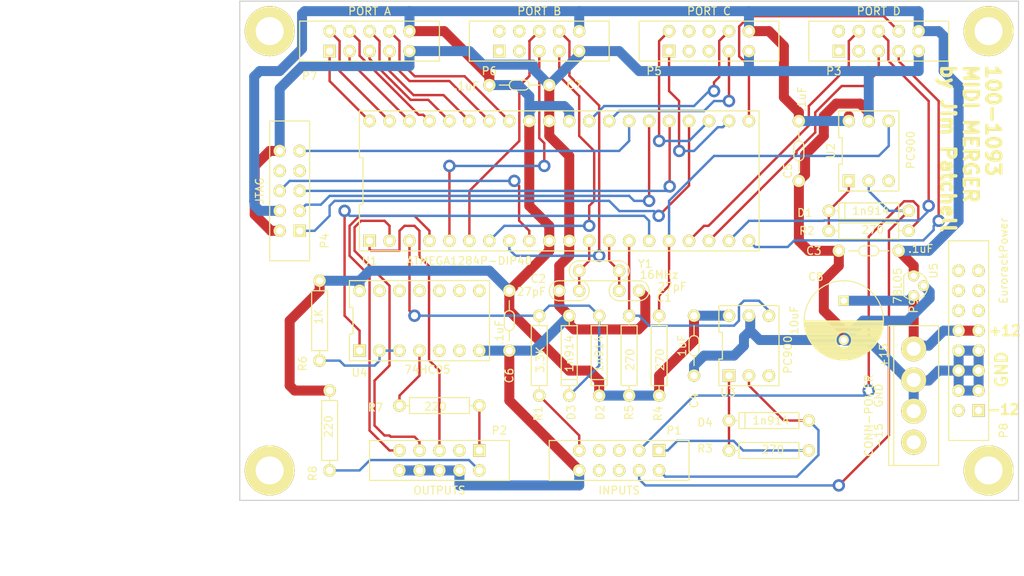
<source format=kicad_pcb>
(kicad_pcb (version 4) (host pcbnew "(2016-03-22 BZR 6643, Git db8c72c)-product")

  (general
    (links 115)
    (no_connects 0)
    (area 41.374287 53.264999 170.270715 128.430001)
    (thickness 1.6)
    (drawings 10)
    (tracks 504)
    (zones 0)
    (modules 39)
    (nets 77)
  )

  (page A)
  (title_block
    (title "MERGER EURO AND 4U")
    (date 2016-03-01)
  )

  (layers
    (0 F.Cu signal)
    (31 B.Cu signal)
    (32 B.Adhes user)
    (33 F.Adhes user)
    (34 B.Paste user)
    (35 F.Paste user)
    (36 B.SilkS user)
    (37 F.SilkS user)
    (38 B.Mask user)
    (39 F.Mask user)
    (40 Dwgs.User user)
    (41 Cmts.User user)
    (42 Eco1.User user)
    (43 Eco2.User user)
    (44 Edge.Cuts user)
    (45 Margin user)
    (46 B.CrtYd user)
    (47 F.CrtYd user)
    (48 B.Fab user)
    (49 F.Fab user)
  )

  (setup
    (last_trace_width 0.3048)
    (trace_clearance 0.2794)
    (zone_clearance 0.508)
    (zone_45_only no)
    (trace_min 0.2)
    (segment_width 0.2)
    (edge_width 0.15)
    (via_size 1.5748)
    (via_drill 0.9144)
    (via_min_size 0.4)
    (via_min_drill 0.3)
    (uvia_size 0.3)
    (uvia_drill 0.1)
    (uvias_allowed no)
    (uvia_min_size 0.2)
    (uvia_min_drill 0.1)
    (pcb_text_width 0.3)
    (pcb_text_size 1.5 1.5)
    (mod_edge_width 0.15)
    (mod_text_size 1 1)
    (mod_text_width 0.15)
    (pad_size 1.3 1.3)
    (pad_drill 0.8128)
    (pad_to_mask_clearance 0.2)
    (aux_axis_origin 0 0)
    (visible_elements 7FFFFFFF)
    (pcbplotparams
      (layerselection 0x010e0_ffffffff)
      (usegerberextensions true)
      (excludeedgelayer true)
      (linewidth 0.100000)
      (plotframeref false)
      (viasonmask false)
      (mode 1)
      (useauxorigin false)
      (hpglpennumber 1)
      (hpglpenspeed 20)
      (hpglpendiameter 15)
      (psnegative false)
      (psa4output false)
      (plotreference true)
      (plotvalue true)
      (plotinvisibletext false)
      (padsonsilk false)
      (subtractmaskfromsilk false)
      (outputformat 1)
      (mirror false)
      (drillshape 0)
      (scaleselection 1)
      (outputdirectory FabFiles/))
  )

  (net 0 "")
  (net 1 GND)
  (net 2 "Net-(P2-Pad3)")
  (net 3 "Net-(P3-Pad1)")
  (net 4 "Net-(P3-Pad2)")
  (net 5 "Net-(P3-Pad3)")
  (net 6 /PD3)
  (net 7 /PD4)
  (net 8 /PD5)
  (net 9 /PD6)
  (net 10 /PD7)
  (net 11 VCC)
  (net 12 "Net-(P4-Pad1)")
  (net 13 "Net-(P4-Pad3)")
  (net 14 "Net-(P4-Pad5)")
  (net 15 "Net-(P4-Pad6)")
  (net 16 "Net-(P4-Pad7)")
  (net 17 "Net-(P4-Pad8)")
  (net 18 "Net-(P4-Pad9)")
  (net 19 "Net-(P5-Pad1)")
  (net 20 "Net-(P5-Pad2)")
  (net 21 "Net-(P5-Pad3)")
  (net 22 "Net-(P5-Pad4)")
  (net 23 "Net-(P5-Pad5)")
  (net 24 "Net-(P5-Pad6)")
  (net 25 "Net-(P5-Pad7)")
  (net 26 "Net-(P5-Pad8)")
  (net 27 "Net-(P6-Pad1)")
  (net 28 "Net-(P6-Pad2)")
  (net 29 "Net-(P6-Pad3)")
  (net 30 "Net-(P6-Pad4)")
  (net 31 "Net-(P6-Pad5)")
  (net 32 "Net-(P6-Pad6)")
  (net 33 "Net-(P6-Pad7)")
  (net 34 "Net-(P6-Pad8)")
  (net 35 "Net-(P7-Pad1)")
  (net 36 "Net-(P7-Pad2)")
  (net 37 "Net-(P7-Pad3)")
  (net 38 "Net-(P7-Pad4)")
  (net 39 "Net-(P7-Pad5)")
  (net 40 "Net-(P7-Pad6)")
  (net 41 "Net-(P7-Pad7)")
  (net 42 "Net-(P7-Pad8)")
  (net 43 "Net-(P8-Pad1)")
  (net 44 "Net-(D2-Pad2)")
  (net 45 "Net-(D1-Pad1)")
  (net 46 "Net-(D4-Pad1)")
  (net 47 "Net-(R4-Pad2)")
  (net 48 "Net-(R5-Pad2)")
  (net 49 "Net-(R6-Pad2)")
  (net 50 "Net-(R7-Pad1)")
  (net 51 "Net-(C2-Pad1)")
  (net 52 "Net-(C1-Pad1)")
  (net 53 "Net-(U1-Pad15)")
  (net 54 "Net-(C8-Pad1)")
  (net 55 "Net-(P9-Pad4)")
  (net 56 /MIDI-B-)
  (net 57 /MIDI-A-)
  (net 58 "Net-(P1-Pad8)")
  (net 59 "Net-(P1-Pad9)")
  (net 60 "Net-(P1-Pad6)")
  (net 61 "Net-(P1-Pad7)")
  (net 62 /MIDI-B+)
  (net 63 /MIDI-A+)
  (net 64 "Net-(P1-Pad5)")
  (net 65 /RESET)
  (net 66 /START/STOP)
  (net 67 /MIDIOUT+)
  (net 68 /MIDIOUT-)
  (net 69 /CLOCKOUT)
  (net 70 "Net-(P8-Pad2)")
  (net 71 "Net-(P8-Pad11)")
  (net 72 "Net-(P8-Pad12)")
  (net 73 "Net-(P8-Pad13)")
  (net 74 "Net-(P8-Pad14)")
  (net 75 "Net-(P8-Pad15)")
  (net 76 "Net-(P8-Pad16)")

  (net_class Default "This is the default net class."
    (clearance 0.2794)
    (trace_width 0.3048)
    (via_dia 1.5748)
    (via_drill 0.9144)
    (uvia_dia 0.3)
    (uvia_drill 0.1)
    (add_net /CLOCKOUT)
    (add_net /MIDI-A+)
    (add_net /MIDI-A-)
    (add_net /MIDI-B+)
    (add_net /MIDI-B-)
    (add_net /MIDIOUT+)
    (add_net /MIDIOUT-)
    (add_net /PD3)
    (add_net /PD4)
    (add_net /PD5)
    (add_net /PD6)
    (add_net /PD7)
    (add_net /RESET)
    (add_net /START/STOP)
    (add_net "Net-(C1-Pad1)")
    (add_net "Net-(C2-Pad1)")
    (add_net "Net-(D1-Pad1)")
    (add_net "Net-(D2-Pad2)")
    (add_net "Net-(D4-Pad1)")
    (add_net "Net-(P1-Pad5)")
    (add_net "Net-(P1-Pad6)")
    (add_net "Net-(P1-Pad7)")
    (add_net "Net-(P1-Pad8)")
    (add_net "Net-(P1-Pad9)")
    (add_net "Net-(P2-Pad3)")
    (add_net "Net-(P3-Pad1)")
    (add_net "Net-(P3-Pad2)")
    (add_net "Net-(P3-Pad3)")
    (add_net "Net-(P4-Pad1)")
    (add_net "Net-(P4-Pad3)")
    (add_net "Net-(P4-Pad5)")
    (add_net "Net-(P4-Pad6)")
    (add_net "Net-(P4-Pad7)")
    (add_net "Net-(P4-Pad8)")
    (add_net "Net-(P4-Pad9)")
    (add_net "Net-(P5-Pad1)")
    (add_net "Net-(P5-Pad2)")
    (add_net "Net-(P5-Pad3)")
    (add_net "Net-(P5-Pad4)")
    (add_net "Net-(P5-Pad5)")
    (add_net "Net-(P5-Pad6)")
    (add_net "Net-(P5-Pad7)")
    (add_net "Net-(P5-Pad8)")
    (add_net "Net-(P6-Pad1)")
    (add_net "Net-(P6-Pad2)")
    (add_net "Net-(P6-Pad3)")
    (add_net "Net-(P6-Pad4)")
    (add_net "Net-(P6-Pad5)")
    (add_net "Net-(P6-Pad6)")
    (add_net "Net-(P6-Pad7)")
    (add_net "Net-(P6-Pad8)")
    (add_net "Net-(P7-Pad1)")
    (add_net "Net-(P7-Pad2)")
    (add_net "Net-(P7-Pad3)")
    (add_net "Net-(P7-Pad4)")
    (add_net "Net-(P7-Pad5)")
    (add_net "Net-(P7-Pad6)")
    (add_net "Net-(P7-Pad7)")
    (add_net "Net-(P7-Pad8)")
    (add_net "Net-(P8-Pad1)")
    (add_net "Net-(P8-Pad11)")
    (add_net "Net-(P8-Pad12)")
    (add_net "Net-(P8-Pad13)")
    (add_net "Net-(P8-Pad14)")
    (add_net "Net-(P8-Pad15)")
    (add_net "Net-(P8-Pad16)")
    (add_net "Net-(P8-Pad2)")
    (add_net "Net-(P9-Pad4)")
    (add_net "Net-(R4-Pad2)")
    (add_net "Net-(R5-Pad2)")
    (add_net "Net-(R6-Pad2)")
    (add_net "Net-(R7-Pad1)")
    (add_net "Net-(U1-Pad15)")
  )

  (net_class POWER ""
    (clearance 0.3048)
    (trace_width 1.27)
    (via_dia 1.5748)
    (via_drill 0.9144)
    (uvia_dia 0.3)
    (uvia_drill 0.1)
    (add_net GND)
    (add_net "Net-(C8-Pad1)")
    (add_net VCC)
  )

  (module Footprints:PAD (layer F.Cu) (tedit 56DA4C77) (tstamp 56D62C16)
    (at 166.37 59.69)
    (fp_text reference REF** (at 0 2.286) (layer F.SilkS) hide
      (effects (font (size 1 1) (thickness 0.15)))
    )
    (fp_text value PAD (at 0 -0.5) (layer F.Fab)
      (effects (font (size 1 1) (thickness 0.15)))
    )
    (pad 1 thru_hole circle (at 0 -2.54) (size 6.35 6.35) (drill 3.556) (layers *.Cu *.Mask F.SilkS))
  )

  (module Footprints:PAD (layer F.Cu) (tedit 56DA4C5E) (tstamp 56D62C11)
    (at 166.37 115.57)
    (fp_text reference REF** (at -6.858 -0.381) (layer F.SilkS) hide
      (effects (font (size 1 1) (thickness 0.15)))
    )
    (fp_text value PAD (at 0 -0.5) (layer F.Fab)
      (effects (font (size 1 1) (thickness 0.15)))
    )
    (pad 1 thru_hole circle (at 0 -2.54) (size 6.35 6.35) (drill 3.556) (layers *.Cu *.Mask F.SilkS))
  )

  (module Footprints:PAD (layer F.Cu) (tedit 56DA4C8C) (tstamp 56D62C0B)
    (at 74.93 115.57)
    (fp_text reference REF** (at 0 0.5) (layer F.SilkS) hide
      (effects (font (size 1 1) (thickness 0.15)))
    )
    (fp_text value PAD (at 0 -0.5) (layer F.Fab)
      (effects (font (size 1 1) (thickness 0.15)))
    )
    (pad 1 thru_hole circle (at 0 -2.54) (size 6.35 6.35) (drill 3.556) (layers *.Cu *.Mask F.SilkS))
  )

  (module Footprints:AXIAL0.4 (layer F.Cu) (tedit 56ACF211) (tstamp 56D52D3C)
    (at 109.22 98.425 90)
    (path /56D4DF90)
    (fp_text reference R1 (at -7.366 -0.127 90) (layer F.SilkS)
      (effects (font (size 1 1) (thickness 0.15)))
    )
    (fp_text value 3.3K (at -0.508 0.127 90) (layer F.SilkS)
      (effects (font (size 1 1) (thickness 0.15)))
    )
    (fp_line (start -3.81 -1.016) (end -3.81 1.016) (layer F.SilkS) (width 0.15))
    (fp_line (start 3.81 -1.016) (end 3.81 1.016) (layer F.SilkS) (width 0.15))
    (fp_line (start -3.81 0) (end -4.318 0) (layer F.SilkS) (width 0.15))
    (fp_line (start 4.445 0) (end 3.81 0) (layer F.SilkS) (width 0.15))
    (fp_line (start -3.81 1.016) (end 3.81 1.016) (layer F.SilkS) (width 0.15))
    (fp_line (start 3.81 -1.016) (end -3.81 -1.016) (layer F.SilkS) (width 0.15))
    (pad 1 thru_hole circle (at -5.08 0 90) (size 1.5748 1.5748) (drill 0.9144) (layers *.Cu *.Mask F.SilkS)
      (net 59 "Net-(P1-Pad9)"))
    (pad 2 thru_hole circle (at 5.08 0 90) (size 1.5748 1.5748) (drill 0.9144) (layers *.Cu *.Mask F.SilkS)
      (net 44 "Net-(D2-Pad2)"))
  )

  (module Footprints:AXIAL0.4 (layer F.Cu) (tedit 56ACF211) (tstamp 56D52D48)
    (at 151.13 82.55 180)
    (path /56D4C7C5)
    (fp_text reference R2 (at 7.874 0 180) (layer F.SilkS)
      (effects (font (size 1 1) (thickness 0.15)))
    )
    (fp_text value 270 (at -0.508 0.127 180) (layer F.SilkS)
      (effects (font (size 1 1) (thickness 0.15)))
    )
    (fp_line (start -3.81 -1.016) (end -3.81 1.016) (layer F.SilkS) (width 0.15))
    (fp_line (start 3.81 -1.016) (end 3.81 1.016) (layer F.SilkS) (width 0.15))
    (fp_line (start -3.81 0) (end -4.318 0) (layer F.SilkS) (width 0.15))
    (fp_line (start 4.445 0) (end 3.81 0) (layer F.SilkS) (width 0.15))
    (fp_line (start -3.81 1.016) (end 3.81 1.016) (layer F.SilkS) (width 0.15))
    (fp_line (start 3.81 -1.016) (end -3.81 -1.016) (layer F.SilkS) (width 0.15))
    (pad 1 thru_hole circle (at -5.08 0 180) (size 1.5748 1.5748) (drill 0.9144) (layers *.Cu *.Mask F.SilkS)
      (net 62 /MIDI-B+))
    (pad 2 thru_hole circle (at 5.08 0 180) (size 1.5748 1.5748) (drill 0.9144) (layers *.Cu *.Mask F.SilkS)
      (net 45 "Net-(D1-Pad1)"))
  )

  (module Footprints:AXIAL0.4 (layer F.Cu) (tedit 56ACF211) (tstamp 56D52D54)
    (at 138.43 110.49 180)
    (path /56D4C13D)
    (fp_text reference R3 (at 8.128 0.254 180) (layer F.SilkS)
      (effects (font (size 1 1) (thickness 0.15)))
    )
    (fp_text value 270 (at -0.508 0.127 180) (layer F.SilkS)
      (effects (font (size 1 1) (thickness 0.15)))
    )
    (fp_line (start -3.81 -1.016) (end -3.81 1.016) (layer F.SilkS) (width 0.15))
    (fp_line (start 3.81 -1.016) (end 3.81 1.016) (layer F.SilkS) (width 0.15))
    (fp_line (start -3.81 0) (end -4.318 0) (layer F.SilkS) (width 0.15))
    (fp_line (start 4.445 0) (end 3.81 0) (layer F.SilkS) (width 0.15))
    (fp_line (start -3.81 1.016) (end 3.81 1.016) (layer F.SilkS) (width 0.15))
    (fp_line (start 3.81 -1.016) (end -3.81 -1.016) (layer F.SilkS) (width 0.15))
    (pad 1 thru_hole circle (at -5.08 0 180) (size 1.5748 1.5748) (drill 0.9144) (layers *.Cu *.Mask F.SilkS)
      (net 63 /MIDI-A+))
    (pad 2 thru_hole circle (at 5.08 0 180) (size 1.5748 1.5748) (drill 0.9144) (layers *.Cu *.Mask F.SilkS)
      (net 46 "Net-(D4-Pad1)"))
  )

  (module Footprints:AXIAL0.4 (layer F.Cu) (tedit 56ACF211) (tstamp 56D52D60)
    (at 124.46 98.425 90)
    (path /56D4C7CB)
    (fp_text reference R4 (at -7.366 -0.127 90) (layer F.SilkS)
      (effects (font (size 1 1) (thickness 0.15)))
    )
    (fp_text value 270 (at -0.508 0.127 90) (layer F.SilkS)
      (effects (font (size 1 1) (thickness 0.15)))
    )
    (fp_line (start -3.81 -1.016) (end -3.81 1.016) (layer F.SilkS) (width 0.15))
    (fp_line (start 3.81 -1.016) (end 3.81 1.016) (layer F.SilkS) (width 0.15))
    (fp_line (start -3.81 0) (end -4.318 0) (layer F.SilkS) (width 0.15))
    (fp_line (start 4.445 0) (end 3.81 0) (layer F.SilkS) (width 0.15))
    (fp_line (start -3.81 1.016) (end 3.81 1.016) (layer F.SilkS) (width 0.15))
    (fp_line (start 3.81 -1.016) (end -3.81 -1.016) (layer F.SilkS) (width 0.15))
    (pad 1 thru_hole circle (at -5.08 0 90) (size 1.5748 1.5748) (drill 0.9144) (layers *.Cu *.Mask F.SilkS)
      (net 11 VCC))
    (pad 2 thru_hole circle (at 5.08 0 90) (size 1.5748 1.5748) (drill 0.9144) (layers *.Cu *.Mask F.SilkS)
      (net 47 "Net-(R4-Pad2)"))
  )

  (module Footprints:AXIAL0.4 (layer F.Cu) (tedit 56ACF211) (tstamp 56D52D6C)
    (at 120.65 98.425 90)
    (path /56D4C1A5)
    (fp_text reference R5 (at -7.239 0 90) (layer F.SilkS)
      (effects (font (size 1 1) (thickness 0.15)))
    )
    (fp_text value 270 (at -0.508 0.127 90) (layer F.SilkS)
      (effects (font (size 1 1) (thickness 0.15)))
    )
    (fp_line (start -3.81 -1.016) (end -3.81 1.016) (layer F.SilkS) (width 0.15))
    (fp_line (start 3.81 -1.016) (end 3.81 1.016) (layer F.SilkS) (width 0.15))
    (fp_line (start -3.81 0) (end -4.318 0) (layer F.SilkS) (width 0.15))
    (fp_line (start 4.445 0) (end 3.81 0) (layer F.SilkS) (width 0.15))
    (fp_line (start -3.81 1.016) (end 3.81 1.016) (layer F.SilkS) (width 0.15))
    (fp_line (start 3.81 -1.016) (end -3.81 -1.016) (layer F.SilkS) (width 0.15))
    (pad 1 thru_hole circle (at -5.08 0 90) (size 1.5748 1.5748) (drill 0.9144) (layers *.Cu *.Mask F.SilkS)
      (net 11 VCC))
    (pad 2 thru_hole circle (at 5.08 0 90) (size 1.5748 1.5748) (drill 0.9144) (layers *.Cu *.Mask F.SilkS)
      (net 48 "Net-(R5-Pad2)"))
  )

  (module Footprints:AXIAL0.4 (layer F.Cu) (tedit 56ACF211) (tstamp 56D52D78)
    (at 81.28 93.98 270)
    (path /56D4D22B)
    (fp_text reference R6 (at 5.461 2.159 270) (layer F.SilkS)
      (effects (font (size 1 1) (thickness 0.15)))
    )
    (fp_text value 1K (at -0.508 0.127 270) (layer F.SilkS)
      (effects (font (size 1 1) (thickness 0.15)))
    )
    (fp_line (start -3.81 -1.016) (end -3.81 1.016) (layer F.SilkS) (width 0.15))
    (fp_line (start 3.81 -1.016) (end 3.81 1.016) (layer F.SilkS) (width 0.15))
    (fp_line (start -3.81 0) (end -4.318 0) (layer F.SilkS) (width 0.15))
    (fp_line (start 4.445 0) (end 3.81 0) (layer F.SilkS) (width 0.15))
    (fp_line (start -3.81 1.016) (end 3.81 1.016) (layer F.SilkS) (width 0.15))
    (fp_line (start 3.81 -1.016) (end -3.81 -1.016) (layer F.SilkS) (width 0.15))
    (pad 1 thru_hole circle (at -5.08 0 270) (size 1.5748 1.5748) (drill 0.9144) (layers *.Cu *.Mask F.SilkS)
      (net 11 VCC))
    (pad 2 thru_hole circle (at 5.08 0 270) (size 1.5748 1.5748) (drill 0.9144) (layers *.Cu *.Mask F.SilkS)
      (net 49 "Net-(R6-Pad2)"))
  )

  (module Footprints:AXIAL0.4 (layer F.Cu) (tedit 56ACF211) (tstamp 56D52D84)
    (at 96.52 104.775)
    (path /56D4D16E)
    (fp_text reference R7 (at -8.128 0.254) (layer F.SilkS)
      (effects (font (size 1 1) (thickness 0.15)))
    )
    (fp_text value 220 (at -0.508 0.127) (layer F.SilkS)
      (effects (font (size 1 1) (thickness 0.15)))
    )
    (fp_line (start -3.81 -1.016) (end -3.81 1.016) (layer F.SilkS) (width 0.15))
    (fp_line (start 3.81 -1.016) (end 3.81 1.016) (layer F.SilkS) (width 0.15))
    (fp_line (start -3.81 0) (end -4.318 0) (layer F.SilkS) (width 0.15))
    (fp_line (start 4.445 0) (end 3.81 0) (layer F.SilkS) (width 0.15))
    (fp_line (start -3.81 1.016) (end 3.81 1.016) (layer F.SilkS) (width 0.15))
    (fp_line (start 3.81 -1.016) (end -3.81 -1.016) (layer F.SilkS) (width 0.15))
    (pad 1 thru_hole circle (at -5.08 0) (size 1.5748 1.5748) (drill 0.9144) (layers *.Cu *.Mask F.SilkS)
      (net 50 "Net-(R7-Pad1)"))
    (pad 2 thru_hole circle (at 5.08 0) (size 1.5748 1.5748) (drill 0.9144) (layers *.Cu *.Mask F.SilkS)
      (net 68 /MIDIOUT-))
  )

  (module Footprints:AXIAL0.4 (layer F.Cu) (tedit 56ACF211) (tstamp 56D52D90)
    (at 82.55 107.95 270)
    (path /56D4D1CB)
    (fp_text reference R8 (at 5.461 2.159 270) (layer F.SilkS)
      (effects (font (size 1 1) (thickness 0.15)))
    )
    (fp_text value 220 (at -0.508 0.127 270) (layer F.SilkS)
      (effects (font (size 1 1) (thickness 0.15)))
    )
    (fp_line (start -3.81 -1.016) (end -3.81 1.016) (layer F.SilkS) (width 0.15))
    (fp_line (start 3.81 -1.016) (end 3.81 1.016) (layer F.SilkS) (width 0.15))
    (fp_line (start -3.81 0) (end -4.318 0) (layer F.SilkS) (width 0.15))
    (fp_line (start 4.445 0) (end 3.81 0) (layer F.SilkS) (width 0.15))
    (fp_line (start -3.81 1.016) (end 3.81 1.016) (layer F.SilkS) (width 0.15))
    (fp_line (start 3.81 -1.016) (end -3.81 -1.016) (layer F.SilkS) (width 0.15))
    (pad 1 thru_hole circle (at -5.08 0 270) (size 1.5748 1.5748) (drill 0.9144) (layers *.Cu *.Mask F.SilkS)
      (net 11 VCC))
    (pad 2 thru_hole circle (at 5.08 0 270) (size 1.5748 1.5748) (drill 0.9144) (layers *.Cu *.Mask F.SilkS)
      (net 67 /MIDIOUT+))
  )

  (module Footprints:DIP-40.6 (layer F.Cu) (tedit 56DA492D) (tstamp 56D52DC8)
    (at 111.76 76.2)
    (path /56D4B944)
    (fp_text reference U1 (at -24.13 10.16 180) (layer F.SilkS)
      (effects (font (size 1 1) (thickness 0.15)))
    )
    (fp_text value ATMEGA1284P-DIP40 (at -11.43 10.16) (layer F.SilkS)
      (effects (font (size 1 1) (thickness 0.15)))
    )
    (fp_line (start -25.4174 8.907399) (end 25.4174 8.9074) (layer F.SilkS) (width 0.15))
    (fp_line (start 25.4174 8.9074) (end 25.4174 -8.907399) (layer F.SilkS) (width 0.15))
    (fp_line (start 25.4174 -8.907399) (end -25.4174 -8.9074) (layer F.SilkS) (width 0.15))
    (fp_line (start -25.4174 -8.9074) (end -25.4174 -2.969133) (layer F.SilkS) (width 0.15))
    (fp_line (start -25.4174 -2.969133) (end -24.9674 -2.969133) (layer F.SilkS) (width 0.15))
    (fp_line (start -24.9674 -2.969133) (end -24.9674 2.969133) (layer F.SilkS) (width 0.15))
    (fp_line (start -24.9674 2.969133) (end -25.4174 2.969133) (layer F.SilkS) (width 0.15))
    (fp_line (start -25.4174 2.969133) (end -25.4174 8.907399) (layer F.SilkS) (width 0.15))
    (fp_line (start -25.55 -9.05) (end 25.55 -9.05) (layer F.CrtYd) (width 0.05))
    (fp_line (start 25.55 -9.05) (end 25.55 9.05) (layer F.CrtYd) (width 0.05))
    (fp_line (start 25.55 9.05) (end -25.55 9.05) (layer F.CrtYd) (width 0.05))
    (fp_line (start -25.55 9.05) (end -25.55 -9.05) (layer F.CrtYd) (width 0.05))
    (pad 40 thru_hole circle (at -24.13 -7.62) (size 1.5748 1.5748) (drill 0.9144) (layers *.Cu *.Mask F.SilkS)
      (net 35 "Net-(P7-Pad1)"))
    (pad 1 thru_hole rect (at -24.13 7.62) (size 1.5748 1.5748) (drill 0.9144) (layers *.Cu *.Mask F.SilkS)
      (net 69 /CLOCKOUT))
    (pad 39 thru_hole circle (at -21.59 -7.62) (size 1.5748 1.5748) (drill 0.9144) (layers *.Cu *.Mask F.SilkS)
      (net 36 "Net-(P7-Pad2)"))
    (pad 2 thru_hole circle (at -21.59 7.62) (size 1.5748 1.5748) (drill 0.9144) (layers *.Cu *.Mask F.SilkS)
      (net 66 /START/STOP))
    (pad 38 thru_hole circle (at -19.05 -7.62) (size 1.5748 1.5748) (drill 0.9144) (layers *.Cu *.Mask F.SilkS)
      (net 37 "Net-(P7-Pad3)"))
    (pad 3 thru_hole circle (at -19.05 7.62) (size 1.5748 1.5748) (drill 0.9144) (layers *.Cu *.Mask F.SilkS)
      (net 44 "Net-(D2-Pad2)"))
    (pad 37 thru_hole circle (at -16.51 -7.62) (size 1.5748 1.5748) (drill 0.9144) (layers *.Cu *.Mask F.SilkS)
      (net 38 "Net-(P7-Pad4)"))
    (pad 4 thru_hole circle (at -16.51 7.62) (size 1.5748 1.5748) (drill 0.9144) (layers *.Cu *.Mask F.SilkS)
      (net 65 /RESET))
    (pad 36 thru_hole circle (at -13.97 -7.62) (size 1.5748 1.5748) (drill 0.9144) (layers *.Cu *.Mask F.SilkS)
      (net 39 "Net-(P7-Pad5)"))
    (pad 5 thru_hole circle (at -13.97 7.62) (size 1.5748 1.5748) (drill 0.9144) (layers *.Cu *.Mask F.SilkS)
      (net 31 "Net-(P6-Pad5)"))
    (pad 35 thru_hole circle (at -11.43 -7.62) (size 1.5748 1.5748) (drill 0.9144) (layers *.Cu *.Mask F.SilkS)
      (net 40 "Net-(P7-Pad6)"))
    (pad 6 thru_hole circle (at -11.43 7.62) (size 1.5748 1.5748) (drill 0.9144) (layers *.Cu *.Mask F.SilkS)
      (net 32 "Net-(P6-Pad6)"))
    (pad 34 thru_hole circle (at -8.89 -7.62) (size 1.5748 1.5748) (drill 0.9144) (layers *.Cu *.Mask F.SilkS)
      (net 41 "Net-(P7-Pad7)"))
    (pad 7 thru_hole circle (at -8.89 7.62) (size 1.5748 1.5748) (drill 0.9144) (layers *.Cu *.Mask F.SilkS)
      (net 33 "Net-(P6-Pad7)"))
    (pad 33 thru_hole circle (at -6.35 -7.62) (size 1.5748 1.5748) (drill 0.9144) (layers *.Cu *.Mask F.SilkS)
      (net 42 "Net-(P7-Pad8)"))
    (pad 8 thru_hole circle (at -6.35 7.62) (size 1.5748 1.5748) (drill 0.9144) (layers *.Cu *.Mask F.SilkS)
      (net 34 "Net-(P6-Pad8)"))
    (pad 32 thru_hole circle (at -3.81 -7.62) (size 1.5748 1.5748) (drill 0.9144) (layers *.Cu *.Mask F.SilkS)
      (net 11 VCC))
    (pad 9 thru_hole circle (at -3.81 7.62) (size 1.5748 1.5748) (drill 0.9144) (layers *.Cu *.Mask F.SilkS)
      (net 15 "Net-(P4-Pad6)"))
    (pad 31 thru_hole circle (at -1.27 -7.62) (size 1.5748 1.5748) (drill 0.9144) (layers *.Cu *.Mask F.SilkS)
      (net 1 GND))
    (pad 10 thru_hole circle (at -1.27 7.62) (size 1.5748 1.5748) (drill 0.9144) (layers *.Cu *.Mask F.SilkS)
      (net 11 VCC))
    (pad 30 thru_hole circle (at 1.27 -7.62) (size 1.5748 1.5748) (drill 0.9144) (layers *.Cu *.Mask F.SilkS)
      (net 11 VCC))
    (pad 11 thru_hole circle (at 1.27 7.62) (size 1.5748 1.5748) (drill 0.9144) (layers *.Cu *.Mask F.SilkS)
      (net 1 GND))
    (pad 29 thru_hole circle (at 3.81 -7.62) (size 1.5748 1.5748) (drill 0.9144) (layers *.Cu *.Mask F.SilkS)
      (net 26 "Net-(P5-Pad8)"))
    (pad 12 thru_hole circle (at 3.81 7.62) (size 1.5748 1.5748) (drill 0.9144) (layers *.Cu *.Mask F.SilkS)
      (net 51 "Net-(C2-Pad1)"))
    (pad 28 thru_hole circle (at 6.35 -7.62) (size 1.5748 1.5748) (drill 0.9144) (layers *.Cu *.Mask F.SilkS)
      (net 25 "Net-(P5-Pad7)"))
    (pad 13 thru_hole circle (at 6.35 7.62) (size 1.5748 1.5748) (drill 0.9144) (layers *.Cu *.Mask F.SilkS)
      (net 52 "Net-(C1-Pad1)"))
    (pad 27 thru_hole circle (at 8.89 -7.62) (size 1.5748 1.5748) (drill 0.9144) (layers *.Cu *.Mask F.SilkS)
      (net 18 "Net-(P4-Pad9)"))
    (pad 14 thru_hole circle (at 8.89 7.62) (size 1.5748 1.5748) (drill 0.9144) (layers *.Cu *.Mask F.SilkS)
      (net 48 "Net-(R5-Pad2)"))
    (pad 26 thru_hole circle (at 11.43 -7.62) (size 1.5748 1.5748) (drill 0.9144) (layers *.Cu *.Mask F.SilkS)
      (net 13 "Net-(P4-Pad3)"))
    (pad 15 thru_hole circle (at 11.43 7.62) (size 1.5748 1.5748) (drill 0.9144) (layers *.Cu *.Mask F.SilkS)
      (net 53 "Net-(U1-Pad15)"))
    (pad 25 thru_hole circle (at 13.97 -7.62) (size 1.5748 1.5748) (drill 0.9144) (layers *.Cu *.Mask F.SilkS)
      (net 14 "Net-(P4-Pad5)"))
    (pad 16 thru_hole circle (at 13.97 7.62) (size 1.5748 1.5748) (drill 0.9144) (layers *.Cu *.Mask F.SilkS)
      (net 47 "Net-(R4-Pad2)"))
    (pad 24 thru_hole circle (at 16.51 -7.62) (size 1.5748 1.5748) (drill 0.9144) (layers *.Cu *.Mask F.SilkS)
      (net 12 "Net-(P4-Pad1)"))
    (pad 17 thru_hole circle (at 16.51 7.62) (size 1.5748 1.5748) (drill 0.9144) (layers *.Cu *.Mask F.SilkS)
      (net 6 /PD3))
    (pad 23 thru_hole circle (at 19.05 -7.62) (size 1.5748 1.5748) (drill 0.9144) (layers *.Cu *.Mask F.SilkS)
      (net 20 "Net-(P5-Pad2)"))
    (pad 18 thru_hole circle (at 19.05 7.62) (size 1.5748 1.5748) (drill 0.9144) (layers *.Cu *.Mask F.SilkS)
      (net 7 /PD4))
    (pad 22 thru_hole circle (at 21.59 -7.62) (size 1.5748 1.5748) (drill 0.9144) (layers *.Cu *.Mask F.SilkS)
      (net 19 "Net-(P5-Pad1)"))
    (pad 19 thru_hole circle (at 21.59 7.62) (size 1.5748 1.5748) (drill 0.9144) (layers *.Cu *.Mask F.SilkS)
      (net 8 /PD5))
    (pad 21 thru_hole circle (at 24.13 -7.62) (size 1.5748 1.5748) (drill 0.9144) (layers *.Cu *.Mask F.SilkS)
      (net 10 /PD7))
    (pad 20 thru_hole circle (at 24.13 7.62) (size 1.5748 1.5748) (drill 0.9144) (layers *.Cu *.Mask F.SilkS)
      (net 9 /PD6))
  )

  (module Footprints:DIP-6.3 (layer F.Cu) (tedit 56D50338) (tstamp 56D52DDE)
    (at 151.13 72.39)
    (path /56D4C7B9)
    (fp_text reference U2 (at -4.8274 0 90) (layer F.SilkS)
      (effects (font (size 1 1) (thickness 0.15)))
    )
    (fp_text value PC900 (at 5.334 -0.127 90) (layer F.SilkS)
      (effects (font (size 1 1) (thickness 0.15)))
    )
    (fp_line (start -3.8274 5.0974) (end 3.827399 5.0974) (layer F.SilkS) (width 0.15))
    (fp_line (start 3.827399 5.0974) (end 3.8274 -5.0974) (layer F.SilkS) (width 0.15))
    (fp_line (start 3.8274 -5.0974) (end -3.827399 -5.0974) (layer F.SilkS) (width 0.15))
    (fp_line (start -3.827399 -5.0974) (end -3.8274 -1.699133) (layer F.SilkS) (width 0.15))
    (fp_line (start -3.8274 -1.699133) (end -3.3774 -1.699133) (layer F.SilkS) (width 0.15))
    (fp_line (start -3.3774 -1.699133) (end -3.3774 1.699133) (layer F.SilkS) (width 0.15))
    (fp_line (start -3.3774 1.699133) (end -3.8274 1.699133) (layer F.SilkS) (width 0.15))
    (fp_line (start -3.8274 1.699133) (end -3.8274 5.0974) (layer F.SilkS) (width 0.15))
    (fp_line (start -4 -5.25) (end 4 -5.25) (layer F.CrtYd) (width 0.05))
    (fp_line (start 4 -5.25) (end 4 5.25) (layer F.CrtYd) (width 0.05))
    (fp_line (start 4 5.25) (end -4 5.25) (layer F.CrtYd) (width 0.05))
    (fp_line (start -4 5.25) (end -4 -5.25) (layer F.CrtYd) (width 0.05))
    (pad 6 thru_hole circle (at -2.54 -3.81) (size 1.5748 1.5748) (drill 0.9144) (layers *.Cu *.Mask F.SilkS)
      (net 11 VCC))
    (pad 1 thru_hole rect (at -2.54 3.81) (size 1.5748 1.5748) (drill 0.9144) (layers *.Cu *.Mask F.SilkS)
      (net 45 "Net-(D1-Pad1)"))
    (pad 5 thru_hole circle (at 0 -3.81) (size 1.5748 1.5748) (drill 0.9144) (layers *.Cu *.Mask F.SilkS)
      (net 1 GND))
    (pad 2 thru_hole circle (at 0 3.81) (size 1.5748 1.5748) (drill 0.9144) (layers *.Cu *.Mask F.SilkS)
      (net 56 /MIDI-B-))
    (pad 4 thru_hole circle (at 2.54 -3.81) (size 1.5748 1.5748) (drill 0.9144) (layers *.Cu *.Mask F.SilkS)
      (net 47 "Net-(R4-Pad2)"))
    (pad 3 thru_hole circle (at 2.54 3.81) (size 1.5748 1.5748) (drill 0.9144) (layers *.Cu *.Mask F.SilkS))
  )

  (module Footprints:DIP-6.3 (layer F.Cu) (tedit 56D50338) (tstamp 56D52DF4)
    (at 135.89 97.155)
    (path /56D4C0A5)
    (fp_text reference U3 (at -2.667 5.969 180) (layer F.SilkS)
      (effects (font (size 1 1) (thickness 0.15)))
    )
    (fp_text value PC900 (at 4.953 1.143 90) (layer F.SilkS)
      (effects (font (size 1 1) (thickness 0.15)))
    )
    (fp_line (start -3.8274 5.0974) (end 3.827399 5.0974) (layer F.SilkS) (width 0.15))
    (fp_line (start 3.827399 5.0974) (end 3.8274 -5.0974) (layer F.SilkS) (width 0.15))
    (fp_line (start 3.8274 -5.0974) (end -3.827399 -5.0974) (layer F.SilkS) (width 0.15))
    (fp_line (start -3.827399 -5.0974) (end -3.8274 -1.699133) (layer F.SilkS) (width 0.15))
    (fp_line (start -3.8274 -1.699133) (end -3.3774 -1.699133) (layer F.SilkS) (width 0.15))
    (fp_line (start -3.3774 -1.699133) (end -3.3774 1.699133) (layer F.SilkS) (width 0.15))
    (fp_line (start -3.3774 1.699133) (end -3.8274 1.699133) (layer F.SilkS) (width 0.15))
    (fp_line (start -3.8274 1.699133) (end -3.8274 5.0974) (layer F.SilkS) (width 0.15))
    (fp_line (start -4 -5.25) (end 4 -5.25) (layer F.CrtYd) (width 0.05))
    (fp_line (start 4 -5.25) (end 4 5.25) (layer F.CrtYd) (width 0.05))
    (fp_line (start 4 5.25) (end -4 5.25) (layer F.CrtYd) (width 0.05))
    (fp_line (start -4 5.25) (end -4 -5.25) (layer F.CrtYd) (width 0.05))
    (pad 6 thru_hole circle (at -2.54 -3.81) (size 1.5748 1.5748) (drill 0.9144) (layers *.Cu *.Mask F.SilkS)
      (net 11 VCC))
    (pad 1 thru_hole rect (at -2.54 3.81) (size 1.5748 1.5748) (drill 0.9144) (layers *.Cu *.Mask F.SilkS)
      (net 46 "Net-(D4-Pad1)"))
    (pad 5 thru_hole circle (at 0 -3.81) (size 1.5748 1.5748) (drill 0.9144) (layers *.Cu *.Mask F.SilkS)
      (net 1 GND))
    (pad 2 thru_hole circle (at 0 3.81) (size 1.5748 1.5748) (drill 0.9144) (layers *.Cu *.Mask F.SilkS)
      (net 57 /MIDI-A-))
    (pad 4 thru_hole circle (at 2.54 -3.81) (size 1.5748 1.5748) (drill 0.9144) (layers *.Cu *.Mask F.SilkS)
      (net 48 "Net-(R5-Pad2)"))
    (pad 3 thru_hole circle (at 2.54 3.81) (size 1.5748 1.5748) (drill 0.9144) (layers *.Cu *.Mask F.SilkS))
  )

  (module Footprints:DIP-14.3 (layer F.Cu) (tedit 56D503CB) (tstamp 56D52E12)
    (at 93.98 93.98)
    (path /56D4D09F)
    (fp_text reference U4 (at -7.62 6.604 180) (layer F.SilkS)
      (effects (font (size 1 1) (thickness 0.15)))
    )
    (fp_text value 74HC05 (at 1.016 6.223) (layer F.SilkS)
      (effects (font (size 1 1) (thickness 0.15)))
    )
    (fp_line (start -8.9074 5.097399) (end 8.9074 5.0974) (layer F.SilkS) (width 0.15))
    (fp_line (start 8.9074 5.0974) (end 8.9074 -5.097399) (layer F.SilkS) (width 0.15))
    (fp_line (start 8.9074 -5.097399) (end -8.9074 -5.0974) (layer F.SilkS) (width 0.15))
    (fp_line (start -8.9074 -5.0974) (end -8.9074 -1.699133) (layer F.SilkS) (width 0.15))
    (fp_line (start -8.9074 -1.699133) (end -8.4574 -1.699133) (layer F.SilkS) (width 0.15))
    (fp_line (start -8.4574 -1.699133) (end -8.4574 1.699133) (layer F.SilkS) (width 0.15))
    (fp_line (start -8.4574 1.699133) (end -8.9074 1.699133) (layer F.SilkS) (width 0.15))
    (fp_line (start -8.9074 1.699133) (end -8.9074 5.097399) (layer F.SilkS) (width 0.15))
    (fp_line (start -9.05 -5.25) (end 9.05 -5.25) (layer F.CrtYd) (width 0.05))
    (fp_line (start 9.05 -5.25) (end 9.05 5.25) (layer F.CrtYd) (width 0.05))
    (fp_line (start 9.05 5.25) (end -9.05 5.25) (layer F.CrtYd) (width 0.05))
    (fp_line (start -9.05 5.25) (end -9.05 -5.25) (layer F.CrtYd) (width 0.05))
    (pad 14 thru_hole circle (at -7.62 -3.81) (size 1.5748 1.5748) (drill 0.9144) (layers *.Cu *.Mask F.SilkS)
      (net 11 VCC))
    (pad 1 thru_hole rect (at -7.62 3.81) (size 1.5748 1.5748) (drill 0.9144) (layers *.Cu *.Mask F.SilkS)
      (net 53 "Net-(U1-Pad15)"))
    (pad 13 thru_hole circle (at -5.08 -3.81) (size 1.5748 1.5748) (drill 0.9144) (layers *.Cu *.Mask F.SilkS))
    (pad 2 thru_hole circle (at -5.08 3.81) (size 1.5748 1.5748) (drill 0.9144) (layers *.Cu *.Mask F.SilkS)
      (net 49 "Net-(R6-Pad2)"))
    (pad 12 thru_hole circle (at -2.54 -3.81) (size 1.5748 1.5748) (drill 0.9144) (layers *.Cu *.Mask F.SilkS))
    (pad 3 thru_hole circle (at -2.54 3.81) (size 1.5748 1.5748) (drill 0.9144) (layers *.Cu *.Mask F.SilkS)
      (net 49 "Net-(R6-Pad2)"))
    (pad 11 thru_hole circle (at 0 -3.81) (size 1.5748 1.5748) (drill 0.9144) (layers *.Cu *.Mask F.SilkS))
    (pad 4 thru_hole circle (at 0 3.81) (size 1.5748 1.5748) (drill 0.9144) (layers *.Cu *.Mask F.SilkS)
      (net 50 "Net-(R7-Pad1)"))
    (pad 10 thru_hole circle (at 2.54 -3.81) (size 1.5748 1.5748) (drill 0.9144) (layers *.Cu *.Mask F.SilkS))
    (pad 5 thru_hole circle (at 2.54 3.81) (size 1.5748 1.5748) (drill 0.9144) (layers *.Cu *.Mask F.SilkS))
    (pad 9 thru_hole circle (at 5.08 -3.81) (size 1.5748 1.5748) (drill 0.9144) (layers *.Cu *.Mask F.SilkS))
    (pad 6 thru_hole circle (at 5.08 3.81) (size 1.5748 1.5748) (drill 0.9144) (layers *.Cu *.Mask F.SilkS))
    (pad 8 thru_hole circle (at 7.62 -3.81) (size 1.5748 1.5748) (drill 0.9144) (layers *.Cu *.Mask F.SilkS))
    (pad 7 thru_hole circle (at 7.62 3.81) (size 1.5748 1.5748) (drill 0.9144) (layers *.Cu *.Mask F.SilkS)
      (net 1 GND))
  )

  (module Footprints:DIODE0.4 (layer F.Cu) (tedit 56BA2633) (tstamp 56D536D7)
    (at 151.13 80.01)
    (path /56D4C7BF)
    (fp_text reference D1 (at -8.128 0.254) (layer F.SilkS)
      (effects (font (size 1 1) (thickness 0.15)))
    )
    (fp_text value 1n914 (at 0.254 0) (layer F.SilkS)
      (effects (font (size 1 1) (thickness 0.15)))
    )
    (fp_line (start -3.048 1.016) (end -3.048 -1.016) (layer F.SilkS) (width 0.15))
    (fp_line (start -3.81 -1.016) (end -3.81 1.016) (layer F.SilkS) (width 0.15))
    (fp_line (start 3.81 -1.016) (end 3.81 1.016) (layer F.SilkS) (width 0.15))
    (fp_line (start -3.81 0) (end -4.318 0) (layer F.SilkS) (width 0.15))
    (fp_line (start 4.445 0) (end 3.81 0) (layer F.SilkS) (width 0.15))
    (fp_line (start -3.81 1.016) (end 3.81 1.016) (layer F.SilkS) (width 0.15))
    (fp_line (start 3.81 -1.016) (end -3.81 -1.016) (layer F.SilkS) (width 0.15))
    (pad 1 thru_hole circle (at -5.08 0) (size 1.5748 1.5748) (drill 0.9144) (layers *.Cu *.Mask F.SilkS)
      (net 45 "Net-(D1-Pad1)"))
    (pad 2 thru_hole circle (at 5.08 0) (size 1.5748 1.5748) (drill 0.9144) (layers *.Cu *.Mask F.SilkS)
      (net 56 /MIDI-B-))
  )

  (module Footprints:DIODE0.4 (layer F.Cu) (tedit 56BA2633) (tstamp 56D536E4)
    (at 116.84 98.425 90)
    (path /56D4DDB0)
    (fp_text reference D2 (at -7.239 0.127 90) (layer F.SilkS)
      (effects (font (size 1 1) (thickness 0.15)))
    )
    (fp_text value 1n914 (at 0.254 0 90) (layer F.SilkS)
      (effects (font (size 1 1) (thickness 0.15)))
    )
    (fp_line (start -3.048 1.016) (end -3.048 -1.016) (layer F.SilkS) (width 0.15))
    (fp_line (start -3.81 -1.016) (end -3.81 1.016) (layer F.SilkS) (width 0.15))
    (fp_line (start 3.81 -1.016) (end 3.81 1.016) (layer F.SilkS) (width 0.15))
    (fp_line (start -3.81 0) (end -4.318 0) (layer F.SilkS) (width 0.15))
    (fp_line (start 4.445 0) (end 3.81 0) (layer F.SilkS) (width 0.15))
    (fp_line (start -3.81 1.016) (end 3.81 1.016) (layer F.SilkS) (width 0.15))
    (fp_line (start 3.81 -1.016) (end -3.81 -1.016) (layer F.SilkS) (width 0.15))
    (pad 1 thru_hole circle (at -5.08 0 90) (size 1.5748 1.5748) (drill 0.9144) (layers *.Cu *.Mask F.SilkS)
      (net 11 VCC))
    (pad 2 thru_hole circle (at 5.08 0 90) (size 1.5748 1.5748) (drill 0.9144) (layers *.Cu *.Mask F.SilkS)
      (net 44 "Net-(D2-Pad2)"))
  )

  (module Footprints:DIODE0.4 (layer F.Cu) (tedit 56BA2633) (tstamp 56D536F1)
    (at 113.03 98.425 90)
    (path /56D4DE9C)
    (fp_text reference D3 (at -7.239 0.254 90) (layer F.SilkS)
      (effects (font (size 1 1) (thickness 0.15)))
    )
    (fp_text value 1n914 (at 0.254 0 90) (layer F.SilkS)
      (effects (font (size 1 1) (thickness 0.15)))
    )
    (fp_line (start -3.048 1.016) (end -3.048 -1.016) (layer F.SilkS) (width 0.15))
    (fp_line (start -3.81 -1.016) (end -3.81 1.016) (layer F.SilkS) (width 0.15))
    (fp_line (start 3.81 -1.016) (end 3.81 1.016) (layer F.SilkS) (width 0.15))
    (fp_line (start -3.81 0) (end -4.318 0) (layer F.SilkS) (width 0.15))
    (fp_line (start 4.445 0) (end 3.81 0) (layer F.SilkS) (width 0.15))
    (fp_line (start -3.81 1.016) (end 3.81 1.016) (layer F.SilkS) (width 0.15))
    (fp_line (start 3.81 -1.016) (end -3.81 -1.016) (layer F.SilkS) (width 0.15))
    (pad 1 thru_hole circle (at -5.08 0 90) (size 1.5748 1.5748) (drill 0.9144) (layers *.Cu *.Mask F.SilkS)
      (net 44 "Net-(D2-Pad2)"))
    (pad 2 thru_hole circle (at 5.08 0 90) (size 1.5748 1.5748) (drill 0.9144) (layers *.Cu *.Mask F.SilkS)
      (net 1 GND))
  )

  (module Footprints:DIODE0.4 (layer F.Cu) (tedit 56BA2633) (tstamp 56D536FE)
    (at 138.43 106.68)
    (path /56D4C0DF)
    (fp_text reference D4 (at -8.128 0.254) (layer F.SilkS)
      (effects (font (size 1 1) (thickness 0.15)))
    )
    (fp_text value 1n914 (at 0.254 0) (layer F.SilkS)
      (effects (font (size 1 1) (thickness 0.15)))
    )
    (fp_line (start -3.048 1.016) (end -3.048 -1.016) (layer F.SilkS) (width 0.15))
    (fp_line (start -3.81 -1.016) (end -3.81 1.016) (layer F.SilkS) (width 0.15))
    (fp_line (start 3.81 -1.016) (end 3.81 1.016) (layer F.SilkS) (width 0.15))
    (fp_line (start -3.81 0) (end -4.318 0) (layer F.SilkS) (width 0.15))
    (fp_line (start 4.445 0) (end 3.81 0) (layer F.SilkS) (width 0.15))
    (fp_line (start -3.81 1.016) (end 3.81 1.016) (layer F.SilkS) (width 0.15))
    (fp_line (start 3.81 -1.016) (end -3.81 -1.016) (layer F.SilkS) (width 0.15))
    (pad 1 thru_hole circle (at -5.08 0) (size 1.5748 1.5748) (drill 0.9144) (layers *.Cu *.Mask F.SilkS)
      (net 46 "Net-(D4-Pad1)"))
    (pad 2 thru_hole circle (at 5.08 0) (size 1.5748 1.5748) (drill 0.9144) (layers *.Cu *.Mask F.SilkS)
      (net 57 /MIDI-A-))
  )

  (module Footprints:CAP-Bypass-0.3 (layer F.Cu) (tedit 56B42E37) (tstamp 56D5ECB3)
    (at 151.13 85.09 180)
    (path /56D5FFB7)
    (fp_text reference C3 (at 6.985 0 180) (layer F.SilkS)
      (effects (font (size 1 1) (thickness 0.15)))
    )
    (fp_text value .1uF (at -6.604 0.254 180) (layer F.SilkS)
      (effects (font (size 1 1) (thickness 0.15)))
    )
    (fp_arc (start 0.635 0) (end 1.27 0) (angle 90) (layer F.SilkS) (width 0.15))
    (fp_arc (start 0.635 0) (end 0.635 -0.635) (angle 90) (layer F.SilkS) (width 0.15))
    (fp_arc (start -0.635 0) (end -0.635 0.635) (angle 90) (layer F.SilkS) (width 0.15))
    (fp_arc (start -0.635 0) (end -1.27 0) (angle 90) (layer F.SilkS) (width 0.15))
    (fp_line (start -0.635 0.635) (end 0.635 0.635) (layer F.SilkS) (width 0.15))
    (fp_line (start -0.635 -0.635) (end 0.635 -0.635) (layer F.SilkS) (width 0.15))
    (fp_line (start 2.54 0) (end 1.27 0) (layer F.SilkS) (width 0.15))
    (fp_line (start -2.54 0) (end -1.27 0) (layer F.SilkS) (width 0.15))
    (pad 1 thru_hole circle (at -3.81 0 180) (size 1.5748 1.5748) (drill 0.9144) (layers *.Cu *.Mask F.SilkS)
      (net 11 VCC))
    (pad 2 thru_hole circle (at 3.81 0 180) (size 1.5748 1.5748) (drill 0.9144) (layers *.Cu *.Mask F.SilkS)
      (net 1 GND))
  )

  (module Footprints:CAP-Bypass-0.3 (layer F.Cu) (tedit 56B42E37) (tstamp 56D5ECC1)
    (at 128.905 97.155 270)
    (path /56D5FCB3)
    (fp_text reference C4 (at 6.985 0 270) (layer F.SilkS)
      (effects (font (size 1 1) (thickness 0.15)))
    )
    (fp_text value .1uF (at 0.254 1.524 270) (layer F.SilkS)
      (effects (font (size 1 1) (thickness 0.15)))
    )
    (fp_arc (start 0.635 0) (end 1.27 0) (angle 90) (layer F.SilkS) (width 0.15))
    (fp_arc (start 0.635 0) (end 0.635 -0.635) (angle 90) (layer F.SilkS) (width 0.15))
    (fp_arc (start -0.635 0) (end -0.635 0.635) (angle 90) (layer F.SilkS) (width 0.15))
    (fp_arc (start -0.635 0) (end -1.27 0) (angle 90) (layer F.SilkS) (width 0.15))
    (fp_line (start -0.635 0.635) (end 0.635 0.635) (layer F.SilkS) (width 0.15))
    (fp_line (start -0.635 -0.635) (end 0.635 -0.635) (layer F.SilkS) (width 0.15))
    (fp_line (start 2.54 0) (end 1.27 0) (layer F.SilkS) (width 0.15))
    (fp_line (start -2.54 0) (end -1.27 0) (layer F.SilkS) (width 0.15))
    (pad 1 thru_hole circle (at -3.81 0 270) (size 1.5748 1.5748) (drill 0.9144) (layers *.Cu *.Mask F.SilkS)
      (net 11 VCC))
    (pad 2 thru_hole circle (at 3.81 0 270) (size 1.5748 1.5748) (drill 0.9144) (layers *.Cu *.Mask F.SilkS)
      (net 1 GND))
  )

  (module Footprints:CAP-Bypass-0.3 (layer F.Cu) (tedit 56B42E37) (tstamp 56D5ECCF)
    (at 142.24 72.39 270)
    (path /56D5F170)
    (fp_text reference C5 (at 2.54 1.397 270) (layer F.SilkS)
      (effects (font (size 1 1) (thickness 0.15)))
    )
    (fp_text value .1uF (at -6.604 -0.381 270) (layer F.SilkS)
      (effects (font (size 1 1) (thickness 0.15)))
    )
    (fp_arc (start 0.635 0) (end 1.27 0) (angle 90) (layer F.SilkS) (width 0.15))
    (fp_arc (start 0.635 0) (end 0.635 -0.635) (angle 90) (layer F.SilkS) (width 0.15))
    (fp_arc (start -0.635 0) (end -0.635 0.635) (angle 90) (layer F.SilkS) (width 0.15))
    (fp_arc (start -0.635 0) (end -1.27 0) (angle 90) (layer F.SilkS) (width 0.15))
    (fp_line (start -0.635 0.635) (end 0.635 0.635) (layer F.SilkS) (width 0.15))
    (fp_line (start -0.635 -0.635) (end 0.635 -0.635) (layer F.SilkS) (width 0.15))
    (fp_line (start 2.54 0) (end 1.27 0) (layer F.SilkS) (width 0.15))
    (fp_line (start -2.54 0) (end -1.27 0) (layer F.SilkS) (width 0.15))
    (pad 1 thru_hole circle (at -3.81 0 270) (size 1.5748 1.5748) (drill 0.9144) (layers *.Cu *.Mask F.SilkS)
      (net 11 VCC))
    (pad 2 thru_hole circle (at 3.81 0 270) (size 1.5748 1.5748) (drill 0.9144) (layers *.Cu *.Mask F.SilkS)
      (net 1 GND))
  )

  (module Footprints:CAP-Bypass-0.3 (layer F.Cu) (tedit 56B42E37) (tstamp 56D5ECDD)
    (at 105.41 93.98 270)
    (path /56D5E766)
    (fp_text reference C6 (at 6.985 0 270) (layer F.SilkS)
      (effects (font (size 1 1) (thickness 0.15)))
    )
    (fp_text value .1uF (at 1.524 1.27 270) (layer F.SilkS)
      (effects (font (size 1 1) (thickness 0.15)))
    )
    (fp_arc (start 0.635 0) (end 1.27 0) (angle 90) (layer F.SilkS) (width 0.15))
    (fp_arc (start 0.635 0) (end 0.635 -0.635) (angle 90) (layer F.SilkS) (width 0.15))
    (fp_arc (start -0.635 0) (end -0.635 0.635) (angle 90) (layer F.SilkS) (width 0.15))
    (fp_arc (start -0.635 0) (end -1.27 0) (angle 90) (layer F.SilkS) (width 0.15))
    (fp_line (start -0.635 0.635) (end 0.635 0.635) (layer F.SilkS) (width 0.15))
    (fp_line (start -0.635 -0.635) (end 0.635 -0.635) (layer F.SilkS) (width 0.15))
    (fp_line (start 2.54 0) (end 1.27 0) (layer F.SilkS) (width 0.15))
    (fp_line (start -2.54 0) (end -1.27 0) (layer F.SilkS) (width 0.15))
    (pad 1 thru_hole circle (at -3.81 0 270) (size 1.5748 1.5748) (drill 0.9144) (layers *.Cu *.Mask F.SilkS)
      (net 11 VCC))
    (pad 2 thru_hole circle (at 3.81 0 270) (size 1.5748 1.5748) (drill 0.9144) (layers *.Cu *.Mask F.SilkS)
      (net 1 GND))
  )

  (module Footprints:CAP-Bypass-0.3 (layer F.Cu) (tedit 56B42E37) (tstamp 56D5ECEB)
    (at 106.68 64.008)
    (path /56D60B2A)
    (fp_text reference C7 (at 6.985 0) (layer F.SilkS)
      (effects (font (size 1 1) (thickness 0.15)))
    )
    (fp_text value .1uF (at -6.731 0.127) (layer F.SilkS)
      (effects (font (size 1 1) (thickness 0.15)))
    )
    (fp_arc (start 0.635 0) (end 1.27 0) (angle 90) (layer F.SilkS) (width 0.15))
    (fp_arc (start 0.635 0) (end 0.635 -0.635) (angle 90) (layer F.SilkS) (width 0.15))
    (fp_arc (start -0.635 0) (end -0.635 0.635) (angle 90) (layer F.SilkS) (width 0.15))
    (fp_arc (start -0.635 0) (end -1.27 0) (angle 90) (layer F.SilkS) (width 0.15))
    (fp_line (start -0.635 0.635) (end 0.635 0.635) (layer F.SilkS) (width 0.15))
    (fp_line (start -0.635 -0.635) (end 0.635 -0.635) (layer F.SilkS) (width 0.15))
    (fp_line (start 2.54 0) (end 1.27 0) (layer F.SilkS) (width 0.15))
    (fp_line (start -2.54 0) (end -1.27 0) (layer F.SilkS) (width 0.15))
    (pad 1 thru_hole circle (at -3.81 0) (size 1.5748 1.5748) (drill 0.9144) (layers *.Cu *.Mask F.SilkS)
      (net 11 VCC))
    (pad 2 thru_hole circle (at 3.81 0) (size 1.5748 1.5748) (drill 0.9144) (layers *.Cu *.Mask F.SilkS)
      (net 1 GND))
  )

  (module Capacitors_ThroughHole:C_Radial_D10_L13_P5 (layer F.Cu) (tedit 56E702E3) (tstamp 56D5ED26)
    (at 147.955 91.44 270)
    (descr "Radial Electrolytic Capacitor Diameter 10mm x Length 13mm, Pitch 5mm")
    (tags "Electrolytic Capacitor")
    (path /56D616DD)
    (fp_text reference C8 (at -3.048 3.556 540) (layer F.SilkS)
      (effects (font (size 1 1) (thickness 0.15)))
    )
    (fp_text value 10uF (at 2.5 6.3 270) (layer F.SilkS)
      (effects (font (size 1 1) (thickness 0.15)))
    )
    (fp_line (start 2.575 -4.999) (end 2.575 4.999) (layer F.SilkS) (width 0.15))
    (fp_line (start 2.715 -4.995) (end 2.715 4.995) (layer F.SilkS) (width 0.15))
    (fp_line (start 2.855 -4.987) (end 2.855 4.987) (layer F.SilkS) (width 0.15))
    (fp_line (start 2.995 -4.975) (end 2.995 4.975) (layer F.SilkS) (width 0.15))
    (fp_line (start 3.135 -4.96) (end 3.135 4.96) (layer F.SilkS) (width 0.15))
    (fp_line (start 3.275 -4.94) (end 3.275 4.94) (layer F.SilkS) (width 0.15))
    (fp_line (start 3.415 -4.916) (end 3.415 4.916) (layer F.SilkS) (width 0.15))
    (fp_line (start 3.555 -4.887) (end 3.555 4.887) (layer F.SilkS) (width 0.15))
    (fp_line (start 3.695 -4.855) (end 3.695 4.855) (layer F.SilkS) (width 0.15))
    (fp_line (start 3.835 -4.818) (end 3.835 4.818) (layer F.SilkS) (width 0.15))
    (fp_line (start 3.975 -4.777) (end 3.975 4.777) (layer F.SilkS) (width 0.15))
    (fp_line (start 4.115 -4.732) (end 4.115 -0.466) (layer F.SilkS) (width 0.15))
    (fp_line (start 4.115 0.466) (end 4.115 4.732) (layer F.SilkS) (width 0.15))
    (fp_line (start 4.255 -4.682) (end 4.255 -0.667) (layer F.SilkS) (width 0.15))
    (fp_line (start 4.255 0.667) (end 4.255 4.682) (layer F.SilkS) (width 0.15))
    (fp_line (start 4.395 -4.627) (end 4.395 -0.796) (layer F.SilkS) (width 0.15))
    (fp_line (start 4.395 0.796) (end 4.395 4.627) (layer F.SilkS) (width 0.15))
    (fp_line (start 4.535 -4.567) (end 4.535 -0.885) (layer F.SilkS) (width 0.15))
    (fp_line (start 4.535 0.885) (end 4.535 4.567) (layer F.SilkS) (width 0.15))
    (fp_line (start 4.675 -4.502) (end 4.675 -0.946) (layer F.SilkS) (width 0.15))
    (fp_line (start 4.675 0.946) (end 4.675 4.502) (layer F.SilkS) (width 0.15))
    (fp_line (start 4.815 -4.432) (end 4.815 -0.983) (layer F.SilkS) (width 0.15))
    (fp_line (start 4.815 0.983) (end 4.815 4.432) (layer F.SilkS) (width 0.15))
    (fp_line (start 4.955 -4.356) (end 4.955 -0.999) (layer F.SilkS) (width 0.15))
    (fp_line (start 4.955 0.999) (end 4.955 4.356) (layer F.SilkS) (width 0.15))
    (fp_line (start 5.095 -4.274) (end 5.095 -0.995) (layer F.SilkS) (width 0.15))
    (fp_line (start 5.095 0.995) (end 5.095 4.274) (layer F.SilkS) (width 0.15))
    (fp_line (start 5.235 -4.186) (end 5.235 -0.972) (layer F.SilkS) (width 0.15))
    (fp_line (start 5.235 0.972) (end 5.235 4.186) (layer F.SilkS) (width 0.15))
    (fp_line (start 5.375 -4.091) (end 5.375 -0.927) (layer F.SilkS) (width 0.15))
    (fp_line (start 5.375 0.927) (end 5.375 4.091) (layer F.SilkS) (width 0.15))
    (fp_line (start 5.515 -3.989) (end 5.515 -0.857) (layer F.SilkS) (width 0.15))
    (fp_line (start 5.515 0.857) (end 5.515 3.989) (layer F.SilkS) (width 0.15))
    (fp_line (start 5.655 -3.879) (end 5.655 -0.756) (layer F.SilkS) (width 0.15))
    (fp_line (start 5.655 0.756) (end 5.655 3.879) (layer F.SilkS) (width 0.15))
    (fp_line (start 5.795 -3.761) (end 5.795 -0.607) (layer F.SilkS) (width 0.15))
    (fp_line (start 5.795 0.607) (end 5.795 3.761) (layer F.SilkS) (width 0.15))
    (fp_line (start 5.935 -3.633) (end 5.935 -0.355) (layer F.SilkS) (width 0.15))
    (fp_line (start 5.935 0.355) (end 5.935 3.633) (layer F.SilkS) (width 0.15))
    (fp_line (start 6.075 -3.496) (end 6.075 3.496) (layer F.SilkS) (width 0.15))
    (fp_line (start 6.215 -3.346) (end 6.215 3.346) (layer F.SilkS) (width 0.15))
    (fp_line (start 6.355 -3.184) (end 6.355 3.184) (layer F.SilkS) (width 0.15))
    (fp_line (start 6.495 -3.007) (end 6.495 3.007) (layer F.SilkS) (width 0.15))
    (fp_line (start 6.635 -2.811) (end 6.635 2.811) (layer F.SilkS) (width 0.15))
    (fp_line (start 6.775 -2.593) (end 6.775 2.593) (layer F.SilkS) (width 0.15))
    (fp_line (start 6.915 -2.347) (end 6.915 2.347) (layer F.SilkS) (width 0.15))
    (fp_line (start 7.055 -2.062) (end 7.055 2.062) (layer F.SilkS) (width 0.15))
    (fp_line (start 7.195 -1.72) (end 7.195 1.72) (layer F.SilkS) (width 0.15))
    (fp_line (start 7.335 -1.274) (end 7.335 1.274) (layer F.SilkS) (width 0.15))
    (fp_line (start 7.475 -0.499) (end 7.475 0.499) (layer F.SilkS) (width 0.15))
    (fp_circle (center 5 0) (end 5 -1) (layer F.SilkS) (width 0.15))
    (fp_circle (center 2.5 0) (end 2.5 -5.0375) (layer F.SilkS) (width 0.15))
    (fp_circle (center 2.5 0) (end 2.5 -5.3) (layer F.CrtYd) (width 0.05))
    (pad 1 thru_hole rect (at 0 0 270) (size 1.3 1.3) (drill 0.8128) (layers *.Cu *.Mask F.SilkS)
      (net 54 "Net-(C8-Pad1)"))
    (pad 2 thru_hole circle (at 5 0 270) (size 1.3 1.3) (drill 0.8128) (layers *.Cu *.Mask F.SilkS)
      (net 1 GND))
    (model Capacitors_ThroughHole.3dshapes/C_Radial_D10_L13_P5.wrl
      (at (xyz 0.0984252 0 0))
      (scale (xyz 1 1 1))
      (rotate (xyz 0 0 90))
    )
  )

  (module Footprints:PAD (layer F.Cu) (tedit 56DA4C83) (tstamp 56D62C00)
    (at 74.93 59.69)
    (fp_text reference REF** (at 0 0.5) (layer F.SilkS) hide
      (effects (font (size 1 1) (thickness 0.15)))
    )
    (fp_text value PAD (at 0 -0.5) (layer F.Fab)
      (effects (font (size 1 1) (thickness 0.15)))
    )
    (pad 1 thru_hole circle (at 0 -2.54) (size 6.35 6.35) (drill 3.556) (layers *.Cu *.Mask F.SilkS))
  )

  (module Footprints:CAP-0.1 (layer F.Cu) (tedit 56D66FB6) (tstamp 56D67CED)
    (at 120.65 90.17)
    (path /56D54F4D)
    (fp_text reference C1 (at 4.445 0.889) (layer F.SilkS)
      (effects (font (size 1 1) (thickness 0.15)))
    )
    (fp_text value 27pF (at 5.461 -0.508) (layer F.SilkS)
      (effects (font (size 1 1) (thickness 0.15)))
    )
    (fp_arc (start 1.27 0) (end 2.54 0) (angle 90) (layer F.SilkS) (width 0.15))
    (fp_arc (start 1.27 0) (end 1.27 -1.27) (angle 90) (layer F.SilkS) (width 0.15))
    (fp_arc (start -1.27 0) (end -2.54 0) (angle 90) (layer F.SilkS) (width 0.15))
    (fp_arc (start -1.27 0) (end -1.27 1.27) (angle 90) (layer F.SilkS) (width 0.15))
    (fp_line (start 1.27 1.27) (end -1.27 1.27) (layer F.SilkS) (width 0.15))
    (fp_line (start -1.27 -1.27) (end 1.27 -1.27) (layer F.SilkS) (width 0.15))
    (pad 1 thru_hole circle (at -1.27 0) (size 1.5748 1.5748) (drill 0.9144) (layers *.Cu *.Mask F.SilkS)
      (net 52 "Net-(C1-Pad1)"))
    (pad 2 thru_hole circle (at 1.27 0) (size 1.5748 1.5748) (drill 0.9144) (layers *.Cu *.Mask F.SilkS)
      (net 1 GND))
  )

  (module Footprints:CAP-0.1 (layer F.Cu) (tedit 56D66FB6) (tstamp 56D67CF9)
    (at 113.03 90.17 180)
    (path /56D54EBC)
    (fp_text reference C2 (at 3.937 1.524 180) (layer F.SilkS)
      (effects (font (size 1 1) (thickness 0.15)))
    )
    (fp_text value 27pF (at 4.826 -0.127 180) (layer F.SilkS)
      (effects (font (size 1 1) (thickness 0.15)))
    )
    (fp_arc (start 1.27 0) (end 2.54 0) (angle 90) (layer F.SilkS) (width 0.15))
    (fp_arc (start 1.27 0) (end 1.27 -1.27) (angle 90) (layer F.SilkS) (width 0.15))
    (fp_arc (start -1.27 0) (end -2.54 0) (angle 90) (layer F.SilkS) (width 0.15))
    (fp_arc (start -1.27 0) (end -1.27 1.27) (angle 90) (layer F.SilkS) (width 0.15))
    (fp_line (start 1.27 1.27) (end -1.27 1.27) (layer F.SilkS) (width 0.15))
    (fp_line (start -1.27 -1.27) (end 1.27 -1.27) (layer F.SilkS) (width 0.15))
    (pad 1 thru_hole circle (at -1.27 0 180) (size 1.5748 1.5748) (drill 0.9144) (layers *.Cu *.Mask F.SilkS)
      (net 51 "Net-(C2-Pad1)"))
    (pad 2 thru_hole circle (at 1.27 0 180) (size 1.5748 1.5748) (drill 0.9144) (layers *.Cu *.Mask F.SilkS)
      (net 1 GND))
  )

  (module Footprints:XTAL (layer F.Cu) (tedit 56D67009) (tstamp 56D67D05)
    (at 116.84 87.63 180)
    (path /56D54E5C)
    (fp_text reference Y1 (at -5.842 0.889 180) (layer F.SilkS)
      (effects (font (size 1 1) (thickness 0.15)))
    )
    (fp_text value 16MHz (at -7.62 -0.508 180) (layer F.SilkS)
      (effects (font (size 1 1) (thickness 0.15)))
    )
    (fp_arc (start -2.54 0) (end -2.54 1.27) (angle 90) (layer F.SilkS) (width 0.15))
    (fp_arc (start -2.54 0) (end -3.81 0) (angle 90) (layer F.SilkS) (width 0.15))
    (fp_arc (start 2.54 0) (end 3.81 0) (angle 90) (layer F.SilkS) (width 0.15))
    (fp_arc (start 2.54 0) (end 2.54 -1.27) (angle 90) (layer F.SilkS) (width 0.15))
    (fp_line (start 2.54 1.27) (end -2.54 1.27) (layer F.SilkS) (width 0.15))
    (fp_line (start -2.54 -1.27) (end 2.54 -1.27) (layer F.SilkS) (width 0.15))
    (pad 1 thru_hole circle (at -2.54 0 180) (size 1.5748 1.5748) (drill 0.9144) (layers *.Cu *.Mask F.SilkS)
      (net 52 "Net-(C1-Pad1)"))
    (pad 2 thru_hole circle (at 2.54 0 180) (size 1.5748 1.5748) (drill 0.9144) (layers *.Cu *.Mask F.SilkS)
      (net 51 "Net-(C2-Pad1)"))
  )

  (module Footprints:CONN-5U-POWER-VERT (layer F.Cu) (tedit 56D5D1EC) (tstamp 56D5ED35)
    (at 156.845 103.505 270)
    (path /56D5DA53)
    (fp_text reference P9 (at -11.43 0 270) (layer F.SilkS)
      (effects (font (size 1 1) (thickness 0.15)))
    )
    (fp_text value CONN-POWER (at 2.54 5.715 270) (layer F.SilkS)
      (effects (font (size 1 1) (thickness 0.15)))
    )
    (fp_line (start -8.89 2.54) (end 8.89 2.54) (layer F.SilkS) (width 0.15))
    (fp_line (start -8.89 3.175) (end 8.89 3.175) (layer F.SilkS) (width 0.15))
    (fp_line (start 8.89 3.175) (end 8.89 -3.175) (layer F.SilkS) (width 0.15))
    (fp_line (start 8.89 -3.175) (end -8.89 -3.175) (layer F.SilkS) (width 0.15))
    (fp_line (start -8.89 -3.175) (end -8.89 3.175) (layer F.SilkS) (width 0.15))
    (fp_text user GND (at 0 4.445 270) (layer F.SilkS)
      (effects (font (size 1 1) (thickness 0.15)))
    )
    (fp_text user -15 (at 5.08 4.445 270) (layer F.SilkS)
      (effects (font (size 1 1) (thickness 0.15)))
    )
    (fp_text user +15 (at -5.08 3.81 270) (layer F.SilkS)
      (effects (font (size 1 1) (thickness 0.15)))
    )
    (pad 1 thru_hole circle (at -5.9436 0 270) (size 3.175 3.175) (drill 1.778) (layers *.Cu *.Mask F.SilkS)
      (net 54 "Net-(C8-Pad1)"))
    (pad 2 thru_hole circle (at -1.9812 0 270) (size 3.175 3.175) (drill 1.778) (layers *.Cu *.Mask F.SilkS)
      (net 1 GND))
    (pad 3 thru_hole circle (at 1.9812 0 270) (size 3.175 3.175) (drill 1.778) (layers *.Cu *.Mask F.SilkS)
      (net 1 GND))
    (pad 4 thru_hole circle (at 5.9436 0 270) (size 3.175 3.175) (drill 1.778) (layers *.Cu *.Mask F.SilkS)
      (net 55 "Net-(P9-Pad4)"))
  )

  (module Footprints:TO92 (layer F.Cu) (tedit 56E4CB65) (tstamp 56D5ED40)
    (at 154.305 89.535 270)
    (path /56E1BFAE)
    (fp_text reference U5 (at -1.905 -5.08 270) (layer F.SilkS)
      (effects (font (size 1 1) (thickness 0.15)))
    )
    (fp_text value 78L05 (at 0 -0.5 270) (layer F.SilkS)
      (effects (font (size 1 1) (thickness 0.15)))
    )
    (fp_arc (start 0 -2.54) (end -1.27 -1.27) (angle 90) (layer F.SilkS) (width 0.15))
    (fp_arc (start 0 -2.54) (end -1.27 -3.81) (angle 90) (layer F.SilkS) (width 0.15))
    (fp_arc (start 0 -2.54) (end 1.27 -3.81) (angle 90) (layer F.SilkS) (width 0.15))
    (fp_line (start -1.27 -1.27) (end 1.27 -1.27) (layer F.SilkS) (width 0.15))
    (pad 1 thru_hole circle (at -1.27 -2.54 270) (size 1.397 1.397) (drill 0.8128) (layers *.Cu *.Mask F.SilkS)
      (net 11 VCC))
    (pad 2 thru_hole circle (at 0 -3.81 270) (size 1.397 1.397) (drill 0.8128) (layers *.Cu *.Mask F.SilkS)
      (net 1 GND))
    (pad 3 thru_hole circle (at 1.27 -2.54 270) (size 1.397 1.397) (drill 0.8128) (layers *.Cu *.Mask F.SilkS)
      (net 54 "Net-(C8-Pad1)"))
  )

  (module Footprints:IDC5x2_Vert (layer F.Cu) (tedit 56F1A429) (tstamp 56D52D1E)
    (at 87.63 58.42 180)
    (path /56D513A6)
    (fp_text reference P7 (at 7.62 -4.445 180) (layer F.SilkS)
      (effects (font (size 1 1) (thickness 0.15)))
    )
    (fp_text value "PORT A" (at 0 3.81 180) (layer F.SilkS)
      (effects (font (size 1 1) (thickness 0.15)))
    )
    (fp_line (start 8.89 2.54) (end -8.89 2.54) (layer F.SilkS) (width 0.15))
    (fp_line (start 8.89 -2.54) (end -8.89 -2.54) (layer F.SilkS) (width 0.15))
    (fp_line (start -8.89 2.54) (end -8.89 -2.54) (layer F.SilkS) (width 0.15))
    (fp_line (start 8.89 -2.54) (end 8.89 2.54) (layer F.SilkS) (width 0.15))
    (pad 1 thru_hole rect (at 5.08 -1.27 180) (size 1.5748 1.5748) (drill 0.9144) (layers *.Cu *.Mask F.SilkS)
      (net 35 "Net-(P7-Pad1)"))
    (pad 2 thru_hole circle (at 5.08 1.27 180) (size 1.5748 1.5748) (drill 0.9144) (layers *.Cu *.Mask F.SilkS)
      (net 36 "Net-(P7-Pad2)"))
    (pad 3 thru_hole circle (at 2.54 -1.27 180) (size 1.5748 1.5748) (drill 0.9144) (layers *.Cu *.Mask F.SilkS)
      (net 37 "Net-(P7-Pad3)"))
    (pad 4 thru_hole circle (at 2.54 1.27 180) (size 1.5748 1.5748) (drill 0.9144) (layers *.Cu *.Mask F.SilkS)
      (net 38 "Net-(P7-Pad4)"))
    (pad 5 thru_hole circle (at 0 -1.27 180) (size 1.5748 1.5748) (drill 0.9144) (layers *.Cu *.Mask F.SilkS)
      (net 39 "Net-(P7-Pad5)"))
    (pad 6 thru_hole circle (at 0 1.27 180) (size 1.5748 1.5748) (drill 0.9144) (layers *.Cu *.Mask F.SilkS)
      (net 40 "Net-(P7-Pad6)"))
    (pad 7 thru_hole circle (at -2.54 -1.27 180) (size 1.5748 1.5748) (drill 0.9144) (layers *.Cu *.Mask F.SilkS)
      (net 41 "Net-(P7-Pad7)"))
    (pad 8 thru_hole circle (at -2.54 1.27 180) (size 1.5748 1.5748) (drill 0.9144) (layers *.Cu *.Mask F.SilkS)
      (net 42 "Net-(P7-Pad8)"))
    (pad 9 thru_hole circle (at -5.08 -1.27 180) (size 1.5748 1.5748) (drill 0.9144) (layers *.Cu *.Mask F.SilkS)
      (net 1 GND))
    (pad 10 thru_hole circle (at -5.08 1.27 180) (size 1.5748 1.5748) (drill 0.9144) (layers *.Cu *.Mask F.SilkS)
      (net 11 VCC))
  )

  (module Footprints:IDC5x2_Vert (layer F.Cu) (tedit 56F1A429) (tstamp 56D52D0C)
    (at 109.22 58.42 180)
    (path /56D56A3A)
    (fp_text reference P6 (at 6.35 -3.81 180) (layer F.SilkS)
      (effects (font (size 1 1) (thickness 0.15)))
    )
    (fp_text value "PORT B" (at 0 3.81 180) (layer F.SilkS)
      (effects (font (size 1 1) (thickness 0.15)))
    )
    (fp_line (start 8.89 2.54) (end -8.89 2.54) (layer F.SilkS) (width 0.15))
    (fp_line (start 8.89 -2.54) (end -8.89 -2.54) (layer F.SilkS) (width 0.15))
    (fp_line (start -8.89 2.54) (end -8.89 -2.54) (layer F.SilkS) (width 0.15))
    (fp_line (start 8.89 -2.54) (end 8.89 2.54) (layer F.SilkS) (width 0.15))
    (pad 1 thru_hole rect (at 5.08 -1.27 180) (size 1.5748 1.5748) (drill 0.9144) (layers *.Cu *.Mask F.SilkS)
      (net 27 "Net-(P6-Pad1)"))
    (pad 2 thru_hole circle (at 5.08 1.27 180) (size 1.5748 1.5748) (drill 0.9144) (layers *.Cu *.Mask F.SilkS)
      (net 28 "Net-(P6-Pad2)"))
    (pad 3 thru_hole circle (at 2.54 -1.27 180) (size 1.5748 1.5748) (drill 0.9144) (layers *.Cu *.Mask F.SilkS)
      (net 29 "Net-(P6-Pad3)"))
    (pad 4 thru_hole circle (at 2.54 1.27 180) (size 1.5748 1.5748) (drill 0.9144) (layers *.Cu *.Mask F.SilkS)
      (net 30 "Net-(P6-Pad4)"))
    (pad 5 thru_hole circle (at 0 -1.27 180) (size 1.5748 1.5748) (drill 0.9144) (layers *.Cu *.Mask F.SilkS)
      (net 31 "Net-(P6-Pad5)"))
    (pad 6 thru_hole circle (at 0 1.27 180) (size 1.5748 1.5748) (drill 0.9144) (layers *.Cu *.Mask F.SilkS)
      (net 32 "Net-(P6-Pad6)"))
    (pad 7 thru_hole circle (at -2.54 -1.27 180) (size 1.5748 1.5748) (drill 0.9144) (layers *.Cu *.Mask F.SilkS)
      (net 33 "Net-(P6-Pad7)"))
    (pad 8 thru_hole circle (at -2.54 1.27 180) (size 1.5748 1.5748) (drill 0.9144) (layers *.Cu *.Mask F.SilkS)
      (net 34 "Net-(P6-Pad8)"))
    (pad 9 thru_hole circle (at -5.08 -1.27 180) (size 1.5748 1.5748) (drill 0.9144) (layers *.Cu *.Mask F.SilkS)
      (net 1 GND))
    (pad 10 thru_hole circle (at -5.08 1.27 180) (size 1.5748 1.5748) (drill 0.9144) (layers *.Cu *.Mask F.SilkS)
      (net 11 VCC))
  )

  (module Footprints:IDC5x2_Vert (layer F.Cu) (tedit 56F1A429) (tstamp 56D52CFA)
    (at 130.81 58.42 180)
    (path /56D5394B)
    (fp_text reference P5 (at 6.985 -3.81 180) (layer F.SilkS)
      (effects (font (size 1 1) (thickness 0.15)))
    )
    (fp_text value "PORT C" (at 0 3.81 180) (layer F.SilkS)
      (effects (font (size 1 1) (thickness 0.15)))
    )
    (fp_line (start 8.89 2.54) (end -8.89 2.54) (layer F.SilkS) (width 0.15))
    (fp_line (start 8.89 -2.54) (end -8.89 -2.54) (layer F.SilkS) (width 0.15))
    (fp_line (start -8.89 2.54) (end -8.89 -2.54) (layer F.SilkS) (width 0.15))
    (fp_line (start 8.89 -2.54) (end 8.89 2.54) (layer F.SilkS) (width 0.15))
    (pad 1 thru_hole rect (at 5.08 -1.27 180) (size 1.5748 1.5748) (drill 0.9144) (layers *.Cu *.Mask F.SilkS)
      (net 19 "Net-(P5-Pad1)"))
    (pad 2 thru_hole circle (at 5.08 1.27 180) (size 1.5748 1.5748) (drill 0.9144) (layers *.Cu *.Mask F.SilkS)
      (net 20 "Net-(P5-Pad2)"))
    (pad 3 thru_hole circle (at 2.54 -1.27 180) (size 1.5748 1.5748) (drill 0.9144) (layers *.Cu *.Mask F.SilkS)
      (net 21 "Net-(P5-Pad3)"))
    (pad 4 thru_hole circle (at 2.54 1.27 180) (size 1.5748 1.5748) (drill 0.9144) (layers *.Cu *.Mask F.SilkS)
      (net 22 "Net-(P5-Pad4)"))
    (pad 5 thru_hole circle (at 0 -1.27 180) (size 1.5748 1.5748) (drill 0.9144) (layers *.Cu *.Mask F.SilkS)
      (net 23 "Net-(P5-Pad5)"))
    (pad 6 thru_hole circle (at 0 1.27 180) (size 1.5748 1.5748) (drill 0.9144) (layers *.Cu *.Mask F.SilkS)
      (net 24 "Net-(P5-Pad6)"))
    (pad 7 thru_hole circle (at -2.54 -1.27 180) (size 1.5748 1.5748) (drill 0.9144) (layers *.Cu *.Mask F.SilkS)
      (net 25 "Net-(P5-Pad7)"))
    (pad 8 thru_hole circle (at -2.54 1.27 180) (size 1.5748 1.5748) (drill 0.9144) (layers *.Cu *.Mask F.SilkS)
      (net 26 "Net-(P5-Pad8)"))
    (pad 9 thru_hole circle (at -5.08 -1.27 180) (size 1.5748 1.5748) (drill 0.9144) (layers *.Cu *.Mask F.SilkS)
      (net 1 GND))
    (pad 10 thru_hole circle (at -5.08 1.27 180) (size 1.5748 1.5748) (drill 0.9144) (layers *.Cu *.Mask F.SilkS)
      (net 11 VCC))
  )

  (module Footprints:IDC5x2_Vert (layer F.Cu) (tedit 56F1A429) (tstamp 56D52CD6)
    (at 152.4 58.42 180)
    (path /56D58052)
    (fp_text reference P3 (at 5.715 -3.81 180) (layer F.SilkS)
      (effects (font (size 1 1) (thickness 0.15)))
    )
    (fp_text value "PORT D" (at 0 3.81 180) (layer F.SilkS)
      (effects (font (size 1 1) (thickness 0.15)))
    )
    (fp_line (start 8.89 2.54) (end -8.89 2.54) (layer F.SilkS) (width 0.15))
    (fp_line (start 8.89 -2.54) (end -8.89 -2.54) (layer F.SilkS) (width 0.15))
    (fp_line (start -8.89 2.54) (end -8.89 -2.54) (layer F.SilkS) (width 0.15))
    (fp_line (start 8.89 -2.54) (end 8.89 2.54) (layer F.SilkS) (width 0.15))
    (pad 1 thru_hole rect (at 5.08 -1.27 180) (size 1.5748 1.5748) (drill 0.9144) (layers *.Cu *.Mask F.SilkS)
      (net 3 "Net-(P3-Pad1)"))
    (pad 2 thru_hole circle (at 5.08 1.27 180) (size 1.5748 1.5748) (drill 0.9144) (layers *.Cu *.Mask F.SilkS)
      (net 4 "Net-(P3-Pad2)"))
    (pad 3 thru_hole circle (at 2.54 -1.27 180) (size 1.5748 1.5748) (drill 0.9144) (layers *.Cu *.Mask F.SilkS)
      (net 5 "Net-(P3-Pad3)"))
    (pad 4 thru_hole circle (at 2.54 1.27 180) (size 1.5748 1.5748) (drill 0.9144) (layers *.Cu *.Mask F.SilkS)
      (net 6 /PD3))
    (pad 5 thru_hole circle (at 0 -1.27 180) (size 1.5748 1.5748) (drill 0.9144) (layers *.Cu *.Mask F.SilkS)
      (net 7 /PD4))
    (pad 6 thru_hole circle (at 0 1.27 180) (size 1.5748 1.5748) (drill 0.9144) (layers *.Cu *.Mask F.SilkS)
      (net 8 /PD5))
    (pad 7 thru_hole circle (at -2.54 -1.27 180) (size 1.5748 1.5748) (drill 0.9144) (layers *.Cu *.Mask F.SilkS)
      (net 9 /PD6))
    (pad 8 thru_hole circle (at -2.54 1.27 180) (size 1.5748 1.5748) (drill 0.9144) (layers *.Cu *.Mask F.SilkS)
      (net 10 /PD7))
    (pad 9 thru_hole circle (at -5.08 -1.27 180) (size 1.5748 1.5748) (drill 0.9144) (layers *.Cu *.Mask F.SilkS)
      (net 1 GND))
    (pad 10 thru_hole circle (at -5.08 1.27 180) (size 1.5748 1.5748) (drill 0.9144) (layers *.Cu *.Mask F.SilkS)
      (net 11 VCC))
  )

  (module Footprints:IDC5x2_Vert (layer F.Cu) (tedit 56F1A429) (tstamp 56D6186C)
    (at 96.52 111.76)
    (path /56D61A41)
    (fp_text reference P2 (at 7.62 -3.81) (layer F.SilkS)
      (effects (font (size 1 1) (thickness 0.15)))
    )
    (fp_text value OUTPUTS (at 0 3.81) (layer F.SilkS)
      (effects (font (size 1 1) (thickness 0.15)))
    )
    (fp_line (start 8.89 2.54) (end -8.89 2.54) (layer F.SilkS) (width 0.15))
    (fp_line (start 8.89 -2.54) (end -8.89 -2.54) (layer F.SilkS) (width 0.15))
    (fp_line (start -8.89 2.54) (end -8.89 -2.54) (layer F.SilkS) (width 0.15))
    (fp_line (start 8.89 -2.54) (end 8.89 2.54) (layer F.SilkS) (width 0.15))
    (pad 1 thru_hole rect (at 5.08 -1.27) (size 1.5748 1.5748) (drill 0.9144) (layers *.Cu *.Mask F.SilkS)
      (net 68 /MIDIOUT-))
    (pad 2 thru_hole circle (at 5.08 1.27) (size 1.5748 1.5748) (drill 0.9144) (layers *.Cu *.Mask F.SilkS)
      (net 67 /MIDIOUT+))
    (pad 3 thru_hole circle (at 2.54 -1.27) (size 1.5748 1.5748) (drill 0.9144) (layers *.Cu *.Mask F.SilkS)
      (net 2 "Net-(P2-Pad3)"))
    (pad 4 thru_hole circle (at 2.54 1.27) (size 1.5748 1.5748) (drill 0.9144) (layers *.Cu *.Mask F.SilkS)
      (net 1 GND))
    (pad 5 thru_hole circle (at 0 -1.27) (size 1.5748 1.5748) (drill 0.9144) (layers *.Cu *.Mask F.SilkS)
      (net 69 /CLOCKOUT))
    (pad 6 thru_hole circle (at 0 1.27) (size 1.5748 1.5748) (drill 0.9144) (layers *.Cu *.Mask F.SilkS)
      (net 1 GND))
    (pad 7 thru_hole circle (at -2.54 -1.27) (size 1.5748 1.5748) (drill 0.9144) (layers *.Cu *.Mask F.SilkS)
      (net 66 /START/STOP))
    (pad 8 thru_hole circle (at -2.54 1.27) (size 1.5748 1.5748) (drill 0.9144) (layers *.Cu *.Mask F.SilkS)
      (net 1 GND))
    (pad 9 thru_hole circle (at -5.08 -1.27) (size 1.5748 1.5748) (drill 0.9144) (layers *.Cu *.Mask F.SilkS)
      (net 65 /RESET))
    (pad 10 thru_hole circle (at -5.08 1.27) (size 1.5748 1.5748) (drill 0.9144) (layers *.Cu *.Mask F.SilkS)
      (net 1 GND))
  )

  (module Footprints:IDC5x2_Vert (layer F.Cu) (tedit 56F1A429) (tstamp 56D6185A)
    (at 119.38 111.76)
    (path /56D60791)
    (fp_text reference P1 (at 6.985 -3.81) (layer F.SilkS)
      (effects (font (size 1 1) (thickness 0.15)))
    )
    (fp_text value INPUTS (at 0 3.81) (layer F.SilkS)
      (effects (font (size 1 1) (thickness 0.15)))
    )
    (fp_line (start 8.89 2.54) (end -8.89 2.54) (layer F.SilkS) (width 0.15))
    (fp_line (start 8.89 -2.54) (end -8.89 -2.54) (layer F.SilkS) (width 0.15))
    (fp_line (start -8.89 2.54) (end -8.89 -2.54) (layer F.SilkS) (width 0.15))
    (fp_line (start 8.89 -2.54) (end 8.89 2.54) (layer F.SilkS) (width 0.15))
    (pad 1 thru_hole rect (at 5.08 -1.27) (size 1.5748 1.5748) (drill 0.9144) (layers *.Cu *.Mask F.SilkS)
      (net 63 /MIDI-A+))
    (pad 2 thru_hole circle (at 5.08 1.27) (size 1.5748 1.5748) (drill 0.9144) (layers *.Cu *.Mask F.SilkS)
      (net 57 /MIDI-A-))
    (pad 3 thru_hole circle (at 2.54 -1.27) (size 1.5748 1.5748) (drill 0.9144) (layers *.Cu *.Mask F.SilkS)
      (net 62 /MIDI-B+))
    (pad 4 thru_hole circle (at 2.54 1.27) (size 1.5748 1.5748) (drill 0.9144) (layers *.Cu *.Mask F.SilkS)
      (net 56 /MIDI-B-))
    (pad 5 thru_hole circle (at 0 -1.27) (size 1.5748 1.5748) (drill 0.9144) (layers *.Cu *.Mask F.SilkS)
      (net 64 "Net-(P1-Pad5)"))
    (pad 6 thru_hole circle (at 0 1.27) (size 1.5748 1.5748) (drill 0.9144) (layers *.Cu *.Mask F.SilkS)
      (net 60 "Net-(P1-Pad6)"))
    (pad 7 thru_hole circle (at -2.54 -1.27) (size 1.5748 1.5748) (drill 0.9144) (layers *.Cu *.Mask F.SilkS)
      (net 61 "Net-(P1-Pad7)"))
    (pad 8 thru_hole circle (at -2.54 1.27) (size 1.5748 1.5748) (drill 0.9144) (layers *.Cu *.Mask F.SilkS)
      (net 58 "Net-(P1-Pad8)"))
    (pad 9 thru_hole circle (at -5.08 -1.27) (size 1.5748 1.5748) (drill 0.9144) (layers *.Cu *.Mask F.SilkS)
      (net 59 "Net-(P1-Pad9)"))
    (pad 10 thru_hole circle (at -5.08 1.27) (size 1.5748 1.5748) (drill 0.9144) (layers *.Cu *.Mask F.SilkS)
      (net 1 GND))
  )

  (module Footprints:IDC5x2_Vert (layer F.Cu) (tedit 56F1A429) (tstamp 56D52CE8)
    (at 77.47 77.47 270)
    (path /56D50AF5)
    (fp_text reference P4 (at 6.35 -4.445 270) (layer F.SilkS)
      (effects (font (size 1 1) (thickness 0.15)))
    )
    (fp_text value JTAG (at 0 3.81 270) (layer F.SilkS)
      (effects (font (size 1 1) (thickness 0.15)))
    )
    (fp_line (start 8.89 2.54) (end -8.89 2.54) (layer F.SilkS) (width 0.15))
    (fp_line (start 8.89 -2.54) (end -8.89 -2.54) (layer F.SilkS) (width 0.15))
    (fp_line (start -8.89 2.54) (end -8.89 -2.54) (layer F.SilkS) (width 0.15))
    (fp_line (start 8.89 -2.54) (end 8.89 2.54) (layer F.SilkS) (width 0.15))
    (pad 1 thru_hole rect (at 5.08 -1.27 270) (size 1.5748 1.5748) (drill 0.9144) (layers *.Cu *.Mask F.SilkS)
      (net 12 "Net-(P4-Pad1)"))
    (pad 2 thru_hole circle (at 5.08 1.27 270) (size 1.5748 1.5748) (drill 0.9144) (layers *.Cu *.Mask F.SilkS)
      (net 1 GND))
    (pad 3 thru_hole circle (at 2.54 -1.27 270) (size 1.5748 1.5748) (drill 0.9144) (layers *.Cu *.Mask F.SilkS)
      (net 13 "Net-(P4-Pad3)"))
    (pad 4 thru_hole circle (at 2.54 1.27 270) (size 1.5748 1.5748) (drill 0.9144) (layers *.Cu *.Mask F.SilkS)
      (net 11 VCC))
    (pad 5 thru_hole circle (at 0 -1.27 270) (size 1.5748 1.5748) (drill 0.9144) (layers *.Cu *.Mask F.SilkS)
      (net 14 "Net-(P4-Pad5)"))
    (pad 6 thru_hole circle (at 0 1.27 270) (size 1.5748 1.5748) (drill 0.9144) (layers *.Cu *.Mask F.SilkS)
      (net 15 "Net-(P4-Pad6)"))
    (pad 7 thru_hole circle (at -2.54 -1.27 270) (size 1.5748 1.5748) (drill 0.9144) (layers *.Cu *.Mask F.SilkS)
      (net 16 "Net-(P4-Pad7)"))
    (pad 8 thru_hole circle (at -2.54 1.27 270) (size 1.5748 1.5748) (drill 0.9144) (layers *.Cu *.Mask F.SilkS)
      (net 17 "Net-(P4-Pad8)"))
    (pad 9 thru_hole circle (at -5.08 -1.27 270) (size 1.5748 1.5748) (drill 0.9144) (layers *.Cu *.Mask F.SilkS)
      (net 18 "Net-(P4-Pad9)"))
    (pad 10 thru_hole circle (at -5.08 1.27 270) (size 1.5748 1.5748) (drill 0.9144) (layers *.Cu *.Mask F.SilkS)
      (net 1 GND))
  )

  (module Footprints:IDC8x2_Vert (layer F.Cu) (tedit 56F1A480) (tstamp 56D61885)
    (at 163.83 96.52 270)
    (path /56D64AFE)
    (fp_text reference P8 (at 11.43 -4.445 270) (layer F.SilkS)
      (effects (font (size 1 1) (thickness 0.15)))
    )
    (fp_text value EurorackPower (at -10.16 -4.445 270) (layer F.SilkS)
      (effects (font (size 1 1) (thickness 0.15)))
    )
    (fp_line (start 10.16 2.54) (end -12.7 2.54) (layer F.SilkS) (width 0.15))
    (fp_line (start -12.7 2.54) (end -12.7 -2.54) (layer F.SilkS) (width 0.15))
    (fp_line (start -12.7 -2.54) (end 12.7 -2.54) (layer F.SilkS) (width 0.15))
    (fp_line (start 12.7 -2.54) (end 12.7 2.54) (layer F.SilkS) (width 0.15))
    (fp_line (start 12.7 2.54) (end 10.16 2.54) (layer F.SilkS) (width 0.15))
    (pad 1 thru_hole rect (at 8.89 -1.27 270) (size 1.5748 1.5748) (drill 0.9144) (layers *.Cu *.Mask F.SilkS)
      (net 43 "Net-(P8-Pad1)"))
    (pad 2 thru_hole circle (at 8.89 1.27 270) (size 1.5748 1.5748) (drill 0.9144) (layers *.Cu *.Mask F.SilkS)
      (net 70 "Net-(P8-Pad2)"))
    (pad 3 thru_hole circle (at 6.35 -1.27 270) (size 1.5748 1.5748) (drill 0.9144) (layers *.Cu *.Mask F.SilkS)
      (net 1 GND))
    (pad 4 thru_hole circle (at 6.35 1.27 270) (size 1.5748 1.5748) (drill 0.9144) (layers *.Cu *.Mask F.SilkS)
      (net 1 GND))
    (pad 5 thru_hole circle (at 3.81 -1.27 270) (size 1.5748 1.5748) (drill 0.9144) (layers *.Cu *.Mask F.SilkS)
      (net 1 GND))
    (pad 6 thru_hole circle (at 3.81 1.27 270) (size 1.5748 1.5748) (drill 0.9144) (layers *.Cu *.Mask F.SilkS)
      (net 1 GND))
    (pad 7 thru_hole circle (at 1.27 -1.27 270) (size 1.5748 1.5748) (drill 0.9144) (layers *.Cu *.Mask F.SilkS)
      (net 1 GND))
    (pad 8 thru_hole circle (at 1.27 1.27 270) (size 1.5748 1.5748) (drill 0.9144) (layers *.Cu *.Mask F.SilkS)
      (net 1 GND))
    (pad 9 thru_hole circle (at -1.27 -1.27 270) (size 1.5748 1.5748) (drill 0.9144) (layers *.Cu *.Mask F.SilkS)
      (net 54 "Net-(C8-Pad1)"))
    (pad 10 thru_hole circle (at -1.27 1.27 270) (size 1.5748 1.5748) (drill 0.9144) (layers *.Cu *.Mask F.SilkS)
      (net 54 "Net-(C8-Pad1)"))
    (pad 11 thru_hole circle (at -3.81 -1.27 270) (size 1.5748 1.5748) (drill 0.9144) (layers *.Cu *.Mask F.SilkS)
      (net 71 "Net-(P8-Pad11)"))
    (pad 12 thru_hole circle (at -3.81 1.27 270) (size 1.5748 1.5748) (drill 0.9144) (layers *.Cu *.Mask F.SilkS)
      (net 72 "Net-(P8-Pad12)"))
    (pad 13 thru_hole circle (at -6.35 -1.27 270) (size 1.5748 1.5748) (drill 0.9144) (layers *.Cu *.Mask F.SilkS)
      (net 73 "Net-(P8-Pad13)"))
    (pad 14 thru_hole circle (at -6.35 1.27 270) (size 1.5748 1.5748) (drill 0.9144) (layers *.Cu *.Mask F.SilkS)
      (net 74 "Net-(P8-Pad14)"))
    (pad 15 thru_hole circle (at -8.89 -1.27 270) (size 1.5748 1.5748) (drill 0.9144) (layers *.Cu *.Mask F.SilkS)
      (net 75 "Net-(P8-Pad15)"))
    (pad 16 thru_hole circle (at -8.89 1.27 270) (size 1.5748 1.5748) (drill 0.9144) (layers *.Cu *.Mask F.SilkS)
      (net 76 "Net-(P8-Pad16)"))
  )

  (gr_text -12 (at 168.275 105.283) (layer F.SilkS)
    (effects (font (size 1.27 1.27) (thickness 0.3)))
  )
  (gr_text GND (at 168.021 100.203 90) (layer F.SilkS)
    (effects (font (size 1.5 1.5) (thickness 0.3)))
  )
  (gr_text +12 (at 166.243 95.25) (layer F.SilkS)
    (effects (font (size 1.27 1.27) (thickness 0.3)) (justify left))
  )
  (gr_text "100-1093\nMIDI MERGER\nby Jim Patchell" (at 164.084 61.214 270) (layer F.SilkS)
    (effects (font (size 1.778 1.778) (thickness 0.4445)) (justify left))
  )
  (dimension 99.06 (width 0.3) (layer F.Fab)
    (gr_text "3.9000 in" (at 120.65 127.08) (layer F.Fab)
      (effects (font (size 1.5 1.5) (thickness 0.3)))
    )
    (feature1 (pts (xy 170.18 118.745) (xy 170.18 128.43)))
    (feature2 (pts (xy 71.12 118.745) (xy 71.12 128.43)))
    (crossbar (pts (xy 71.12 125.73) (xy 170.18 125.73)))
    (arrow1a (pts (xy 170.18 125.73) (xy 169.053496 126.316421)))
    (arrow1b (pts (xy 170.18 125.73) (xy 169.053496 125.143579)))
    (arrow2a (pts (xy 71.12 125.73) (xy 72.246504 126.316421)))
    (arrow2b (pts (xy 71.12 125.73) (xy 72.246504 125.143579)))
  )
  (dimension 63.5 (width 0.3) (layer F.Fab)
    (gr_text "2.5000 in" (at 46.91 85.09 270) (layer F.Fab)
      (effects (font (size 1.5 1.5) (thickness 0.3)))
    )
    (feature1 (pts (xy 66.04 116.84) (xy 45.56 116.84)))
    (feature2 (pts (xy 66.04 53.34) (xy 45.56 53.34)))
    (crossbar (pts (xy 48.26 53.34) (xy 48.26 116.84)))
    (arrow1a (pts (xy 48.26 116.84) (xy 47.673579 115.713496)))
    (arrow1b (pts (xy 48.26 116.84) (xy 48.846421 115.713496)))
    (arrow2a (pts (xy 48.26 53.34) (xy 47.673579 54.466504)))
    (arrow2b (pts (xy 48.26 53.34) (xy 48.846421 54.466504)))
  )
  (gr_line (start 170.18 53.34) (end 71.12 53.34) (angle 90) (layer Edge.Cuts) (width 0.15))
  (gr_line (start 170.18 116.84) (end 170.18 53.34) (angle 90) (layer Edge.Cuts) (width 0.15))
  (gr_line (start 71.12 116.84) (end 71.12 53.34) (angle 90) (layer Edge.Cuts) (width 0.15))
  (gr_line (start 170.18 116.84) (end 71.12 116.84) (angle 90) (layer Edge.Cuts) (width 0.15))

  (segment (start 113.03 93.345) (end 108.585 97.79) (width 1.27) (layer B.Cu) (net 1))
  (segment (start 108.585 97.79) (end 105.41 97.79) (width 1.27) (layer B.Cu) (net 1))
  (segment (start 113.665 95.093551) (end 121.813305 95.093551) (width 1.27) (layer F.Cu) (net 1))
  (segment (start 121.813305 95.093551) (end 122.707399 94.199457) (width 1.27) (layer F.Cu) (net 1))
  (segment (start 122.707399 94.199457) (end 122.707399 90.957399) (width 1.27) (layer F.Cu) (net 1))
  (segment (start 122.707399 90.957399) (end 121.92 90.17) (width 1.27) (layer F.Cu) (net 1))
  (segment (start 113.03 93.345) (end 113.03 94.458551) (width 1.27) (layer F.Cu) (net 1))
  (segment (start 113.03 94.458551) (end 113.665 95.093551) (width 1.27) (layer F.Cu) (net 1))
  (segment (start 157.48 62.23) (end 151.13 62.23) (width 1.27) (layer B.Cu) (net 1))
  (segment (start 151.13 62.23) (end 135.89 62.23) (width 1.27) (layer B.Cu) (net 1))
  (segment (start 151.13 68.58) (end 151.13 62.23) (width 1.27) (layer B.Cu) (net 1))
  (segment (start 101.6 97.79) (end 105.41 97.79) (width 1.27) (layer B.Cu) (net 1))
  (segment (start 114.3 114.935) (end 114.3 113.03) (width 1.27) (layer B.Cu) (net 1))
  (segment (start 99.06 114.935) (end 114.3 114.935) (width 1.27) (layer B.Cu) (net 1))
  (segment (start 99.06 113.03) (end 99.06 114.935) (width 1.27) (layer B.Cu) (net 1))
  (segment (start 96.52 113.03) (end 99.06 113.03) (width 1.27) (layer B.Cu) (net 1))
  (segment (start 93.345 113.03) (end 93.98 113.03) (width 1.27) (layer B.Cu) (net 1))
  (segment (start 91.44 113.03) (end 93.345 113.03) (width 1.27) (layer B.Cu) (net 1))
  (segment (start 93.345 113.03) (end 96.52 113.03) (width 1.27) (layer B.Cu) (net 1))
  (segment (start 114.3 113.03) (end 105.41 104.14) (width 1.27) (layer F.Cu) (net 1))
  (segment (start 105.41 104.14) (end 105.41 97.79) (width 1.27) (layer F.Cu) (net 1))
  (segment (start 110.49 68.58) (end 110.49 64.008) (width 1.27) (layer F.Cu) (net 1))
  (segment (start 113.03 83.82) (end 113.03 73.025) (width 1.27) (layer F.Cu) (net 1))
  (segment (start 113.03 73.025) (end 110.49 70.485) (width 1.27) (layer F.Cu) (net 1))
  (segment (start 110.49 70.485) (end 110.49 68.58) (width 1.27) (layer F.Cu) (net 1))
  (segment (start 113.03 85.725) (end 113.03 83.82) (width 1.27) (layer F.Cu) (net 1))
  (segment (start 111.76 86.995) (end 113.03 85.725) (width 1.27) (layer F.Cu) (net 1))
  (segment (start 111.76 90.17) (end 111.76 86.995) (width 1.27) (layer F.Cu) (net 1))
  (segment (start 111.76 92.075) (end 111.76 90.17) (width 1.27) (layer F.Cu) (net 1))
  (segment (start 113.03 93.345) (end 111.76 92.075) (width 1.27) (layer F.Cu) (net 1))
  (segment (start 145.415 67.945) (end 146.98981 66.37019) (width 1.27) (layer F.Cu) (net 1))
  (segment (start 146.98981 66.37019) (end 150.033741 66.37019) (width 1.27) (layer F.Cu) (net 1))
  (segment (start 150.033741 66.37019) (end 151.13 67.466449) (width 1.27) (layer F.Cu) (net 1))
  (segment (start 151.13 67.466449) (end 151.13 68.58) (width 1.27) (layer F.Cu) (net 1))
  (segment (start 145.415 70.485) (end 145.415 67.945) (width 1.27) (layer F.Cu) (net 1))
  (segment (start 143.027399 72.872601) (end 145.415 70.485) (width 1.27) (layer F.Cu) (net 1))
  (segment (start 142.24 76.2) (end 143.027399 75.412601) (width 1.27) (layer F.Cu) (net 1))
  (segment (start 143.027399 75.412601) (end 143.027399 72.872601) (width 1.27) (layer F.Cu) (net 1))
  (segment (start 76.2 82.55) (end 75.086449 82.55) (width 1.27) (layer F.Cu) (net 1))
  (segment (start 75.086449 82.55) (end 73.025 80.488551) (width 1.27) (layer F.Cu) (net 1))
  (segment (start 73.025 74.295) (end 74.93 72.39) (width 1.27) (layer F.Cu) (net 1))
  (segment (start 73.025 80.488551) (end 73.025 74.295) (width 1.27) (layer F.Cu) (net 1))
  (segment (start 74.93 72.39) (end 76.2 72.39) (width 1.27) (layer F.Cu) (net 1))
  (segment (start 76.2 72.39) (end 76.2 64.457116) (width 1.27) (layer B.Cu) (net 1))
  (segment (start 76.2 64.457116) (end 79.062116 61.595) (width 1.27) (layer B.Cu) (net 1))
  (segment (start 92.71 61.595) (end 92.71 59.69) (width 1.27) (layer B.Cu) (net 1))
  (segment (start 79.062116 61.595) (end 92.71 61.595) (width 1.27) (layer B.Cu) (net 1))
  (segment (start 157.48 59.69) (end 157.48 62.23) (width 1.27) (layer B.Cu) (net 1))
  (segment (start 121.92 62.23) (end 119.38 59.69) (width 1.27) (layer B.Cu) (net 1))
  (segment (start 119.38 59.69) (end 114.3 59.69) (width 1.27) (layer B.Cu) (net 1))
  (segment (start 135.89 62.23) (end 121.92 62.23) (width 1.27) (layer B.Cu) (net 1))
  (segment (start 135.89 59.69) (end 135.89 62.23) (width 1.27) (layer B.Cu) (net 1))
  (segment (start 114.3 59.69) (end 114.3 60.198) (width 1.27) (layer B.Cu) (net 1))
  (segment (start 114.3 60.198) (end 110.49 64.008) (width 1.27) (layer B.Cu) (net 1))
  (segment (start 92.71 59.69) (end 100.33 59.69) (width 1.27) (layer B.Cu) (net 1))
  (segment (start 100.33 59.69) (end 102.057201 61.417201) (width 1.27) (layer B.Cu) (net 1))
  (segment (start 102.057201 61.417201) (end 108.407201 61.417201) (width 1.27) (layer B.Cu) (net 1))
  (segment (start 108.407201 61.417201) (end 108.407201 61.925201) (width 1.27) (layer B.Cu) (net 1))
  (segment (start 108.407201 61.925201) (end 110.49 64.008) (width 1.27) (layer B.Cu) (net 1))
  (segment (start 156.033562 93.98) (end 150.415 93.98) (width 1.27) (layer B.Cu) (net 1))
  (segment (start 150.415 93.98) (end 147.955 96.44) (width 1.27) (layer B.Cu) (net 1))
  (segment (start 158.115 89.535) (end 158.876999 90.296999) (width 1.27) (layer B.Cu) (net 1))
  (segment (start 158.876999 90.296999) (end 158.876999 91.136563) (width 1.27) (layer B.Cu) (net 1))
  (segment (start 158.876999 91.136563) (end 156.033562 93.98) (width 1.27) (layer B.Cu) (net 1))
  (segment (start 147.32 85.09) (end 143.51 85.09) (width 1.27) (layer F.Cu) (net 1))
  (segment (start 142.24 83.82) (end 142.24 76.2) (width 1.27) (layer F.Cu) (net 1) (tstamp 56D7B646))
  (segment (start 143.51 85.09) (end 142.24 83.82) (width 1.27) (layer F.Cu) (net 1) (tstamp 56D7B645))
  (segment (start 128.905 100.965) (end 128.905 99.695) (width 1.27) (layer B.Cu) (net 1))
  (segment (start 135.255 96.045) (end 136.05 95.25) (width 1.27) (layer B.Cu) (net 1) (tstamp 56D7B5CD))
  (segment (start 135.255 97.155) (end 135.255 96.045) (width 1.27) (layer B.Cu) (net 1) (tstamp 56D7B5C8))
  (segment (start 133.985 98.425) (end 135.255 97.155) (width 1.27) (layer B.Cu) (net 1) (tstamp 56D7B5C6))
  (segment (start 130.175 98.425) (end 133.985 98.425) (width 1.27) (layer B.Cu) (net 1) (tstamp 56D7B5C4))
  (segment (start 128.905 99.695) (end 130.175 98.425) (width 1.27) (layer B.Cu) (net 1) (tstamp 56D7B5C1))
  (segment (start 147.955 96.44) (end 147.955 95.25) (width 1.27) (layer F.Cu) (net 1))
  (segment (start 147.32 86.995) (end 147.32 85.09) (width 1.27) (layer F.Cu) (net 1) (tstamp 56D7B385))
  (segment (start 145.415 88.9) (end 147.32 86.995) (width 1.27) (layer F.Cu) (net 1) (tstamp 56D7B384))
  (segment (start 145.415 92.71) (end 145.415 88.9) (width 1.27) (layer F.Cu) (net 1) (tstamp 56D7B381))
  (segment (start 147.955 95.25) (end 145.415 92.71) (width 1.27) (layer F.Cu) (net 1) (tstamp 56D7B37E))
  (segment (start 151.13 68.58) (end 151.13 67.945) (width 1.27) (layer F.Cu) (net 1))
  (segment (start 162.56 100.33) (end 160.02 100.33) (width 1.27) (layer B.Cu) (net 1))
  (segment (start 158.75 101.6) (end 156.9212 101.6) (width 1.27) (layer B.Cu) (net 1) (tstamp 56D67FA9))
  (segment (start 160.02 100.33) (end 158.75 101.6) (width 1.27) (layer B.Cu) (net 1) (tstamp 56D67FA6))
  (segment (start 156.9212 101.6) (end 156.845 101.5238) (width 1.27) (layer B.Cu) (net 1) (tstamp 56D67FAC))
  (segment (start 147.955 96.44) (end 137.24 96.44) (width 1.27) (layer B.Cu) (net 1))
  (segment (start 137.24 96.44) (end 136.05 95.25) (width 1.27) (layer B.Cu) (net 1) (tstamp 56D64832))
  (segment (start 136.05 95.25) (end 136.05 93.505) (width 1.27) (layer B.Cu) (net 1) (tstamp 56D64839))
  (segment (start 136.05 93.505) (end 135.89 93.345) (width 1.27) (layer B.Cu) (net 1) (tstamp 56D6483B))
  (segment (start 156.845 105.4862) (end 156.845 101.5238) (width 1.27) (layer B.Cu) (net 1))
  (segment (start 156.845 101.5238) (end 156.2862 100.965) (width 1.27) (layer B.Cu) (net 1) (tstamp 56D64786))
  (segment (start 156.2862 100.965) (end 155.575 100.965) (width 1.27) (layer B.Cu) (net 1) (tstamp 56D6478A))
  (segment (start 155.575 100.965) (end 153.67 99.06) (width 1.27) (layer B.Cu) (net 1) (tstamp 56D64792))
  (segment (start 153.67 99.06) (end 151.13 96.52) (width 1.27) (layer B.Cu) (net 1) (tstamp 56D64794))
  (segment (start 151.13 96.52) (end 148.035 96.52) (width 1.27) (layer B.Cu) (net 1) (tstamp 56D64799))
  (segment (start 148.035 96.52) (end 147.955 96.44) (width 1.27) (layer B.Cu) (net 1) (tstamp 56D647AD))
  (segment (start 157.4038 106.045) (end 156.845 105.4862) (width 1.27) (layer B.Cu) (net 1) (tstamp 56D64771))
  (segment (start 165.1 102.87) (end 162.56 102.87) (width 1.27) (layer B.Cu) (net 1) (status 30))
  (segment (start 162.56 102.87) (end 162.56 100.965) (width 1.27) (layer B.Cu) (net 1) (tstamp 56D6475A) (status 30))
  (segment (start 162.56 100.965) (end 162.56 97.79) (width 1.27) (layer B.Cu) (net 1) (tstamp 56D6476F) (status 30))
  (segment (start 165.1 97.79) (end 165.1 102.87) (width 1.27) (layer B.Cu) (net 1) (status 30))
  (segment (start 165.1 100.33) (end 162.56 100.33) (width 1.27) (layer B.Cu) (net 1) (status 30))
  (segment (start 165.1 97.79) (end 162.56 97.79) (width 1.27) (layer B.Cu) (net 1) (status 30))
  (segment (start 149.86 57.15) (end 148.59 58.42) (width 0.3048) (layer F.Cu) (net 6))
  (segment (start 148.59 58.42) (end 148.59 61.595) (width 0.3048) (layer F.Cu) (net 6))
  (segment (start 148.59 61.595) (end 143.51 66.675) (width 0.3048) (layer F.Cu) (net 6))
  (segment (start 143.51 66.675) (end 143.51 69.15201) (width 0.3048) (layer F.Cu) (net 6))
  (segment (start 143.51 69.15201) (end 130.74701 81.915) (width 0.3048) (layer F.Cu) (net 6))
  (segment (start 130.74701 81.915) (end 130.175 81.915) (width 0.3048) (layer F.Cu) (net 6))
  (segment (start 130.175 81.915) (end 128.27 83.82) (width 0.3048) (layer F.Cu) (net 6))
  (segment (start 130.81 83.82) (end 141.935189 72.694811) (width 0.3048) (layer F.Cu) (net 7))
  (segment (start 141.935189 72.694811) (end 141.935189 72.420193) (width 0.3048) (layer F.Cu) (net 7))
  (segment (start 141.935189 72.420193) (end 144.32279 70.032592) (width 0.3048) (layer F.Cu) (net 7))
  (segment (start 147.680382 64.135) (end 150.495 64.135) (width 0.3048) (layer F.Cu) (net 7))
  (segment (start 144.32279 70.032592) (end 144.322791 67.492591) (width 0.3048) (layer F.Cu) (net 7))
  (segment (start 150.495 64.135) (end 152.4 62.23) (width 0.3048) (layer F.Cu) (net 7))
  (segment (start 144.322791 67.492591) (end 147.680382 64.135) (width 0.3048) (layer F.Cu) (net 7))
  (segment (start 152.4 62.23) (end 152.4 59.69) (width 0.3048) (layer F.Cu) (net 7))
  (segment (start 158.75 79.375) (end 158.75 66.04) (width 0.3048) (layer F.Cu) (net 8))
  (segment (start 153.619201 60.909201) (end 153.619201 58.369201) (width 0.3048) (layer F.Cu) (net 8))
  (segment (start 153.619201 58.369201) (end 152.4 57.15) (width 0.3048) (layer F.Cu) (net 8))
  (segment (start 158.75 66.04) (end 153.619201 60.909201) (width 0.3048) (layer F.Cu) (net 8))
  (segment (start 157.530799 81.229201) (end 158.75 80.01) (width 0.3048) (layer B.Cu) (net 8))
  (segment (start 158.75 80.01) (end 158.75 79.375) (width 0.3048) (layer B.Cu) (net 8))
  (via (at 158.75 79.375) (size 1.5748) (drill 0.9144) (layers F.Cu B.Cu) (net 8))
  (segment (start 136.625582 81.28) (end 145.415 81.28) (width 0.3048) (layer B.Cu) (net 8))
  (segment (start 145.415 81.28) (end 145.465799 81.229201) (width 0.3048) (layer B.Cu) (net 8))
  (segment (start 145.465799 81.229201) (end 157.530799 81.229201) (width 0.3048) (layer B.Cu) (net 8))
  (segment (start 133.35 83.82) (end 135.89 81.28) (width 0.3048) (layer B.Cu) (net 8))
  (segment (start 135.89 81.28) (end 136.625582 81.28) (width 0.3048) (layer B.Cu) (net 8))
  (segment (start 154.94 60.96) (end 154.94 59.69) (width 0.3048) (layer F.Cu) (net 9))
  (segment (start 160.02 66.04) (end 154.94 60.96) (width 0.3048) (layer F.Cu) (net 9))
  (segment (start 160.02 81.28) (end 160.02 66.04) (width 0.3048) (layer F.Cu) (net 9))
  (segment (start 159.385 82.448402) (end 159.385 81.915) (width 0.3048) (layer B.Cu) (net 9))
  (segment (start 159.385 81.915) (end 160.02 81.28) (width 0.3048) (layer B.Cu) (net 9))
  (via (at 160.02 81.28) (size 1.5748) (drill 0.9144) (layers F.Cu B.Cu) (net 9))
  (segment (start 158.064201 83.769201) (end 159.385 82.448402) (width 0.3048) (layer B.Cu) (net 9))
  (segment (start 141.605 83.82) (end 141.655799 83.769201) (width 0.3048) (layer B.Cu) (net 9))
  (segment (start 141.655799 83.769201) (end 158.064201 83.769201) (width 0.3048) (layer B.Cu) (net 9))
  (segment (start 140.817601 84.607399) (end 141.605 83.82) (width 0.3048) (layer B.Cu) (net 9))
  (segment (start 135.89 83.82) (end 136.677399 84.607399) (width 0.3048) (layer B.Cu) (net 9))
  (segment (start 136.677399 84.607399) (end 140.817601 84.607399) (width 0.3048) (layer B.Cu) (net 9))
  (segment (start 136.525 83.82) (end 135.89 83.82) (width 0.3048) (layer B.Cu) (net 9) (tstamp 56D7B785))
  (segment (start 135.89 68.58) (end 135.89 61.595) (width 0.3048) (layer F.Cu) (net 10))
  (segment (start 135.89 61.595) (end 134.645399 60.350399) (width 0.3048) (layer F.Cu) (net 10))
  (segment (start 134.645399 60.350399) (end 134.645399 56.552591) (width 0.3048) (layer F.Cu) (net 10))
  (segment (start 134.645399 56.552591) (end 135.95299 55.245) (width 0.3048) (layer F.Cu) (net 10))
  (segment (start 135.95299 55.245) (end 153.035 55.245) (width 0.3048) (layer F.Cu) (net 10))
  (segment (start 153.035 55.245) (end 154.94 57.15) (width 0.3048) (layer F.Cu) (net 10))
  (segment (start 102.87 64.008) (end 102.87 62.894449) (width 1.27) (layer F.Cu) (net 11))
  (segment (start 102.87 62.894449) (end 97.125551 57.15) (width 1.27) (layer F.Cu) (net 11))
  (segment (start 97.125551 57.15) (end 92.71 57.15) (width 1.27) (layer F.Cu) (net 11))
  (segment (start 154.94 85.09) (end 158.75 85.09) (width 1.27) (layer B.Cu) (net 11))
  (segment (start 158.75 85.09) (end 162.56 81.28) (width 1.27) (layer B.Cu) (net 11))
  (segment (start 162.56 81.28) (end 162.56 64.135) (width 1.27) (layer B.Cu) (net 11))
  (segment (start 162.56 64.135) (end 160.655 62.23) (width 1.27) (layer B.Cu) (net 11))
  (segment (start 160.655 62.23) (end 160.655 57.785) (width 1.27) (layer B.Cu) (net 11))
  (segment (start 160.655 57.785) (end 160.02 57.15) (width 1.27) (layer B.Cu) (net 11))
  (segment (start 160.02 57.15) (end 157.48 57.15) (width 1.27) (layer B.Cu) (net 11))
  (segment (start 140.335 59.055) (end 138.43 57.15) (width 1.27) (layer F.Cu) (net 11))
  (segment (start 138.43 57.15) (end 135.89 57.15) (width 1.27) (layer F.Cu) (net 11))
  (segment (start 140.335 65.561449) (end 140.335 59.055) (width 1.27) (layer F.Cu) (net 11))
  (segment (start 142.24 68.58) (end 142.24 67.466449) (width 1.27) (layer F.Cu) (net 11))
  (segment (start 142.24 67.466449) (end 140.335 65.561449) (width 1.27) (layer F.Cu) (net 11))
  (segment (start 79.044801 54.940199) (end 79.375 54.61) (width 1.27) (layer B.Cu) (net 11))
  (segment (start 76.2 80.01) (end 73.66 80.01) (width 1.27) (layer B.Cu) (net 11))
  (segment (start 73.66 80.01) (end 73.025 79.375) (width 1.27) (layer B.Cu) (net 11))
  (segment (start 72.954895 78.810105) (end 72.954895 62.935105) (width 1.27) (layer B.Cu) (net 11))
  (segment (start 73.025 79.375) (end 72.954895 78.810105) (width 1.27) (layer B.Cu) (net 11))
  (segment (start 72.954895 62.935105) (end 73.66 62.23) (width 1.27) (layer B.Cu) (net 11))
  (segment (start 73.66 62.23) (end 76.2 62.23) (width 1.27) (layer B.Cu) (net 11))
  (segment (start 79.044801 59.385199) (end 79.044801 54.940199) (width 1.27) (layer B.Cu) (net 11))
  (segment (start 76.2 62.23) (end 79.044801 59.385199) (width 1.27) (layer B.Cu) (net 11))
  (segment (start 79.375 54.61) (end 92.71 54.61) (width 1.27) (layer B.Cu) (net 11))
  (segment (start 92.71 54.61) (end 114.3 54.61) (width 1.27) (layer B.Cu) (net 11))
  (segment (start 92.71 57.15) (end 92.71 54.61) (width 1.27) (layer B.Cu) (net 11))
  (segment (start 114.3 54.61) (end 135.89 54.61) (width 1.27) (layer B.Cu) (net 11))
  (segment (start 114.3 57.15) (end 114.3 54.61) (width 1.27) (layer B.Cu) (net 11))
  (segment (start 135.89 54.61) (end 135.89 57.15) (width 1.27) (layer B.Cu) (net 11))
  (segment (start 157.48 54.61) (end 135.89 54.61) (width 1.27) (layer B.Cu) (net 11))
  (segment (start 157.48 57.15) (end 157.48 54.61) (width 1.27) (layer B.Cu) (net 11))
  (segment (start 105.41 90.17) (end 105.41 92.71) (width 1.27) (layer F.Cu) (net 11))
  (segment (start 116.84 101.6) (end 116.84 103.505) (width 1.27) (layer F.Cu) (net 11) (tstamp 56D7B944))
  (segment (start 115.57 100.33) (end 116.84 101.6) (width 1.27) (layer F.Cu) (net 11) (tstamp 56D7B942))
  (segment (start 113.03 100.33) (end 115.57 100.33) (width 1.27) (layer F.Cu) (net 11) (tstamp 56D7B93D))
  (segment (start 105.41 92.71) (end 113.03 100.33) (width 1.27) (layer F.Cu) (net 11) (tstamp 56D7B93B))
  (segment (start 81.28 88.9) (end 86.36 88.9) (width 1.27) (layer B.Cu) (net 11))
  (segment (start 156.845 86.995) (end 154.94 85.09) (width 1.27) (layer F.Cu) (net 11) (tstamp 56D7B36F))
  (segment (start 148.59 67.945) (end 148.59 68.58) (width 1.27) (layer F.Cu) (net 11) (tstamp 56D7B2F8))
  (segment (start 142.24 68.58) (end 148.59 68.58) (width 1.27) (layer B.Cu) (net 11))
  (segment (start 124.46 103.505) (end 124.46 100.965) (width 1.27) (layer F.Cu) (net 11))
  (segment (start 128.905 96.52) (end 128.905 93.345) (width 1.27) (layer F.Cu) (net 11) (tstamp 56D7B221))
  (segment (start 124.46 100.965) (end 128.905 96.52) (width 1.27) (layer F.Cu) (net 11) (tstamp 56D7B21C))
  (segment (start 116.84 103.505) (end 120.65 103.505) (width 1.27) (layer B.Cu) (net 11))
  (segment (start 120.65 103.505) (end 124.46 103.505) (width 1.27) (layer B.Cu) (net 11) (tstamp 56D7B20F))
  (segment (start 102.87 64.008) (end 106.553 64.008) (width 1.27) (layer B.Cu) (net 11))
  (segment (start 107.95 65.405) (end 107.95 68.58) (width 1.27) (layer B.Cu) (net 11) (tstamp 56D67E37))
  (segment (start 106.553 64.008) (end 107.95 65.405) (width 1.27) (layer B.Cu) (net 11) (tstamp 56D67E36))
  (segment (start 110.49 83.82) (end 110.49 81.915) (width 1.27) (layer F.Cu) (net 11))
  (segment (start 107.95 79.375) (end 107.95 68.58) (width 1.27) (layer F.Cu) (net 11) (tstamp 56D67D53))
  (segment (start 110.49 81.915) (end 107.95 79.375) (width 1.27) (layer F.Cu) (net 11) (tstamp 56D67D52))
  (segment (start 107.95 68.58) (end 107.95 67.31) (width 1.27) (layer B.Cu) (net 11))
  (segment (start 107.95 67.31) (end 108.585 66.675) (width 1.27) (layer B.Cu) (net 11) (tstamp 56D66B56))
  (segment (start 108.585 66.675) (end 112.395 66.675) (width 1.27) (layer B.Cu) (net 11) (tstamp 56D66B5A))
  (segment (start 112.395 66.675) (end 113.03 67.31) (width 1.27) (layer B.Cu) (net 11) (tstamp 56D66B5D))
  (segment (start 113.03 67.31) (end 113.03 68.58) (width 1.27) (layer B.Cu) (net 11) (tstamp 56D66B5E))
  (segment (start 105.41 90.17) (end 102.87 87.63) (width 1.27) (layer B.Cu) (net 11))
  (segment (start 102.87 87.63) (end 87.63 87.63) (width 1.27) (layer B.Cu) (net 11) (tstamp 56D6697C))
  (segment (start 87.63 87.63) (end 86.36 88.9) (width 1.27) (layer B.Cu) (net 11) (tstamp 56D6697F))
  (segment (start 86.36 88.9) (end 86.36 90.17) (width 1.27) (layer B.Cu) (net 11) (tstamp 56D66984))
  (segment (start 110.49 83.82) (end 110.49 85.09) (width 1.27) (layer F.Cu) (net 11))
  (segment (start 110.49 85.09) (end 105.41 90.17) (width 1.27) (layer F.Cu) (net 11) (tstamp 56D66959))
  (segment (start 82.55 102.87) (end 78.105 102.87) (width 1.27) (layer F.Cu) (net 11))
  (segment (start 81.28 90.17) (end 81.28 88.9) (width 1.27) (layer F.Cu) (net 11) (tstamp 56D650CA))
  (segment (start 77.47 93.98) (end 81.28 90.17) (width 1.27) (layer F.Cu) (net 11) (tstamp 56D650C8))
  (segment (start 77.47 102.235) (end 77.47 93.98) (width 1.27) (layer F.Cu) (net 11) (tstamp 56D650C5))
  (segment (start 78.105 102.87) (end 77.47 102.235) (width 1.27) (layer F.Cu) (net 11) (tstamp 56D650C2))
  (segment (start 128.905 93.345) (end 128.905 93.98) (width 1.27) (layer F.Cu) (net 11))
  (segment (start 128.905 93.345) (end 133.35 93.345) (width 1.27) (layer B.Cu) (net 11))
  (segment (start 156.845 88.265) (end 156.845 86.995) (width 1.27) (layer F.Cu) (net 11))
  (segment (start 128.27 68.58) (end 128.27 76.78422) (width 0.3048) (layer F.Cu) (net 12))
  (segment (start 128.27 76.78422) (end 124.40922 80.645) (width 0.3048) (layer F.Cu) (net 12))
  (via (at 124.40922 80.645) (size 1.5748) (drill 0.9144) (layers F.Cu B.Cu) (net 12))
  (segment (start 123.79961 80.03539) (end 124.40922 80.645) (width 0.3048) (layer B.Cu) (net 12))
  (segment (start 119.38 80.01) (end 119.40539 80.03539) (width 0.3048) (layer B.Cu) (net 12))
  (segment (start 119.40539 80.03539) (end 123.79961 80.03539) (width 0.3048) (layer B.Cu) (net 12))
  (segment (start 118.11 78.74) (end 119.38 80.01) (width 0.3048) (layer B.Cu) (net 12))
  (segment (start 83.185 78.74) (end 118.11 78.74) (width 0.3048) (layer B.Cu) (net 12))
  (segment (start 82.55 79.375) (end 83.185 78.74) (width 0.3048) (layer B.Cu) (net 12))
  (segment (start 82.55 80.645) (end 82.55 79.375) (width 0.3048) (layer B.Cu) (net 12))
  (segment (start 80.645 82.55) (end 82.55 80.645) (width 0.3048) (layer B.Cu) (net 12))
  (segment (start 78.74 82.55) (end 80.645 82.55) (width 0.3048) (layer B.Cu) (net 12))
  (segment (start 123.19 68.58) (end 123.19 78.74) (width 0.3048) (layer F.Cu) (net 13))
  (via (at 123.19 78.74) (size 1.5748) (drill 0.9144) (layers F.Cu B.Cu) (net 13))
  (segment (start 121.285 78.74) (end 123.19 78.74) (width 0.3048) (layer B.Cu) (net 13))
  (segment (start 120.65 78.105) (end 121.285 78.74) (width 0.3048) (layer B.Cu) (net 13))
  (segment (start 82.55 78.105) (end 120.65 78.105) (width 0.3048) (layer B.Cu) (net 13))
  (segment (start 81.432399 79.222601) (end 82.55 78.105) (width 0.3048) (layer B.Cu) (net 13))
  (segment (start 78.74 80.01) (end 79.527399 79.222601) (width 0.3048) (layer B.Cu) (net 13))
  (segment (start 79.527399 79.222601) (end 81.432399 79.222601) (width 0.3048) (layer B.Cu) (net 13))
  (segment (start 125.802428 76.907428) (end 125.802428 68.652428) (width 0.3048) (layer F.Cu) (net 14))
  (segment (start 125.802428 68.652428) (end 125.73 68.58) (width 0.3048) (layer F.Cu) (net 14))
  (segment (start 125.73 77.47) (end 125.73 76.979856) (width 0.3048) (layer B.Cu) (net 14))
  (via (at 125.802428 76.907428) (size 1.5748) (drill 0.9144) (layers F.Cu B.Cu) (net 14))
  (segment (start 125.73 76.979856) (end 125.802428 76.907428) (width 0.3048) (layer B.Cu) (net 14))
  (segment (start 78.74 77.47) (end 125.73 77.47) (width 0.3048) (layer B.Cu) (net 14))
  (segment (start 77.47 76.2) (end 76.2 77.47) (width 0.3048) (layer B.Cu) (net 15))
  (segment (start 106.045 76.2) (end 77.47 76.2) (width 0.3048) (layer B.Cu) (net 15))
  (segment (start 106.045 76.250798) (end 106.045 76.2) (width 0.3048) (layer F.Cu) (net 15))
  (via (at 106.045 76.2) (size 1.5748) (drill 0.9144) (layers F.Cu B.Cu) (net 15))
  (segment (start 106.654601 76.860399) (end 106.045 76.250798) (width 0.3048) (layer F.Cu) (net 15))
  (segment (start 107.95 82.55) (end 106.654601 81.254601) (width 0.3048) (layer F.Cu) (net 15))
  (segment (start 106.654601 81.254601) (end 106.654601 76.860399) (width 0.3048) (layer F.Cu) (net 15))
  (segment (start 107.95 82.706449) (end 107.95 82.55) (width 0.3048) (layer F.Cu) (net 15))
  (segment (start 107.95 83.82) (end 107.95 82.706449) (width 0.3048) (layer F.Cu) (net 15))
  (segment (start 120.65 71.12) (end 120.65 68.58) (width 0.3048) (layer B.Cu) (net 18))
  (segment (start 119.38 72.39) (end 120.65 71.12) (width 0.3048) (layer B.Cu) (net 18))
  (segment (start 78.74 72.39) (end 119.38 72.39) (width 0.3048) (layer B.Cu) (net 18))
  (segment (start 127 71.755) (end 127.021638 72.39) (width 0.3048) (layer F.Cu) (net 19))
  (segment (start 127 72.39) (end 127.021638 72.39) (width 0.3048) (layer F.Cu) (net 19))
  (via (at 127.021638 72.39) (size 1.5748) (drill 0.9144) (layers F.Cu B.Cu) (net 19))
  (segment (start 128.905 72.39) (end 127 72.39) (width 0.3048) (layer B.Cu) (net 19))
  (segment (start 129.54 71.755) (end 128.905 72.39) (width 0.3048) (layer B.Cu) (net 19))
  (segment (start 131.927601 69.367399) (end 129.54 71.755) (width 0.3048) (layer B.Cu) (net 19))
  (segment (start 133.35 68.58) (end 132.562601 69.367399) (width 0.3048) (layer B.Cu) (net 19))
  (segment (start 132.562601 69.367399) (end 131.927601 69.367399) (width 0.3048) (layer B.Cu) (net 19))
  (segment (start 127 66.04) (end 127 71.755) (width 0.3048) (layer F.Cu) (net 19))
  (segment (start 125.73 64.77) (end 127 66.04) (width 0.3048) (layer F.Cu) (net 19))
  (segment (start 125.73 59.69) (end 125.73 64.77) (width 0.3048) (layer F.Cu) (net 19))
  (segment (start 128.27 71.12) (end 130.81 68.58) (width 0.3048) (layer B.Cu) (net 20))
  (segment (start 124.46 71.12) (end 128.27 71.12) (width 0.3048) (layer B.Cu) (net 20))
  (segment (start 124.46 58.42) (end 124.46 71.12) (width 0.3048) (layer F.Cu) (net 20))
  (via (at 124.46 71.12) (size 1.5748) (drill 0.9144) (layers F.Cu B.Cu) (net 20))
  (segment (start 125.73 57.15) (end 124.46 58.42) (width 0.3048) (layer F.Cu) (net 20))
  (segment (start 133.35 59.69) (end 133.35 66.04) (width 0.3048) (layer F.Cu) (net 25))
  (via (at 133.35 66.04) (size 1.5748) (drill 0.9144) (layers F.Cu B.Cu) (net 25))
  (segment (start 131.445 66.04) (end 133.35 66.04) (width 0.3048) (layer B.Cu) (net 25))
  (segment (start 130.175 67.31) (end 131.445 66.04) (width 0.3048) (layer B.Cu) (net 25))
  (segment (start 119.38 67.31) (end 130.175 67.31) (width 0.3048) (layer B.Cu) (net 25))
  (segment (start 118.11 68.58) (end 119.38 67.31) (width 0.3048) (layer B.Cu) (net 25))
  (segment (start 131.445 64.77) (end 131.445 63.656449) (width 0.3048) (layer F.Cu) (net 26))
  (segment (start 132.105399 62.99605) (end 132.105399 58.394601) (width 0.3048) (layer F.Cu) (net 26))
  (segment (start 131.445 63.656449) (end 132.105399 62.99605) (width 0.3048) (layer F.Cu) (net 26))
  (segment (start 132.105399 58.394601) (end 132.562601 57.937399) (width 0.3048) (layer F.Cu) (net 26))
  (segment (start 132.562601 57.937399) (end 133.35 57.15) (width 0.3048) (layer F.Cu) (net 26))
  (segment (start 130.81 64.77) (end 131.445 64.77) (width 0.3048) (layer B.Cu) (net 26))
  (via (at 131.445 64.77) (size 1.5748) (drill 0.9144) (layers F.Cu B.Cu) (net 26))
  (segment (start 128.905 66.675) (end 130.81 64.77) (width 0.3048) (layer B.Cu) (net 26))
  (segment (start 117.475 66.675) (end 128.905 66.675) (width 0.3048) (layer B.Cu) (net 26))
  (segment (start 115.57 68.58) (end 117.475 66.675) (width 0.3048) (layer B.Cu) (net 26))
  (segment (start 109.855 74.295) (end 109.855 71.394618) (width 0.3048) (layer F.Cu) (net 31))
  (segment (start 109.855 71.394618) (end 109.22 70.759618) (width 0.3048) (layer F.Cu) (net 31))
  (segment (start 109.22 70.759618) (end 109.22 60.803551) (width 0.3048) (layer F.Cu) (net 31))
  (segment (start 109.22 60.803551) (end 109.22 59.69) (width 0.3048) (layer F.Cu) (net 31))
  (segment (start 97.79 74.295) (end 109.855 74.295) (width 0.3048) (layer B.Cu) (net 31))
  (via (at 109.855 74.295) (size 1.5748) (drill 0.9144) (layers F.Cu B.Cu) (net 31))
  (via (at 97.79 74.295) (size 1.5748) (drill 0.9144) (layers F.Cu B.Cu) (net 31))
  (segment (start 97.79 83.82) (end 97.79 74.295) (width 0.3048) (layer F.Cu) (net 31))
  (segment (start 109.22 57.15) (end 107.95 58.42) (width 0.3048) (layer F.Cu) (net 32))
  (segment (start 107.95 58.42) (end 107.975399 58.445399) (width 0.3048) (layer F.Cu) (net 32))
  (segment (start 100.33 77.47) (end 100.33 83.82) (width 0.3048) (layer F.Cu) (net 32))
  (segment (start 107.975399 58.445399) (end 107.975399 62.839601) (width 0.3048) (layer F.Cu) (net 32))
  (segment (start 106.68 71.12) (end 100.33 77.47) (width 0.3048) (layer F.Cu) (net 32))
  (segment (start 107.975399 62.839601) (end 106.68 64.135) (width 0.3048) (layer F.Cu) (net 32))
  (segment (start 106.68 64.135) (end 106.68 71.12) (width 0.3048) (layer F.Cu) (net 32))
  (segment (start 102.87 83.82) (end 104.775 81.915) (width 0.3048) (layer B.Cu) (net 33))
  (segment (start 104.775 81.915) (end 115.57 81.915) (width 0.3048) (layer B.Cu) (net 33))
  (via (at 115.57 81.915) (size 1.5748) (drill 0.9144) (layers F.Cu B.Cu) (net 33))
  (segment (start 115.57 79.375) (end 115.57 81.915) (width 0.3048) (layer F.Cu) (net 33))
  (segment (start 116.205 78.74) (end 115.57 79.375) (width 0.3048) (layer F.Cu) (net 33))
  (segment (start 116.205 72.39) (end 116.205 78.74) (width 0.3048) (layer F.Cu) (net 33))
  (segment (start 114.3 70.485) (end 116.205 72.39) (width 0.3048) (layer F.Cu) (net 33))
  (segment (start 114.3 65.405) (end 114.3 70.485) (width 0.3048) (layer F.Cu) (net 33))
  (segment (start 111.76 62.865) (end 114.3 65.405) (width 0.3048) (layer F.Cu) (net 33))
  (segment (start 111.76 59.69) (end 111.76 62.865) (width 0.3048) (layer F.Cu) (net 33))
  (via (at 116.84 85.725) (size 1.5748) (drill 0.9144) (layers F.Cu B.Cu) (net 34))
  (segment (start 106.201449 85.725) (end 116.84 85.725) (width 0.3048) (layer B.Cu) (net 34))
  (segment (start 105.41 83.82) (end 105.41 84.933551) (width 0.3048) (layer B.Cu) (net 34))
  (segment (start 105.41 84.933551) (end 106.201449 85.725) (width 0.3048) (layer B.Cu) (net 34))
  (segment (start 116.84 66.624202) (end 116.84 85.725) (width 0.3048) (layer F.Cu) (net 34))
  (segment (start 113.055399 62.839601) (end 116.84 66.624202) (width 0.3048) (layer F.Cu) (net 34))
  (segment (start 112.547399 57.937399) (end 113.055399 58.445399) (width 0.3048) (layer F.Cu) (net 34))
  (segment (start 113.055399 58.445399) (end 113.055399 62.839601) (width 0.3048) (layer F.Cu) (net 34))
  (segment (start 111.76 57.15) (end 112.547399 57.937399) (width 0.3048) (layer F.Cu) (net 34))
  (segment (start 82.55 59.69) (end 82.55 63.5) (width 0.3048) (layer F.Cu) (net 35))
  (segment (start 82.55 63.5) (end 87.63 68.58) (width 0.3048) (layer F.Cu) (net 35))
  (segment (start 82.55 57.15) (end 83.82 58.42) (width 0.3048) (layer F.Cu) (net 36))
  (segment (start 83.82 58.42) (end 83.82 62.23) (width 0.3048) (layer F.Cu) (net 36))
  (segment (start 89.382601 67.792601) (end 90.17 68.58) (width 0.3048) (layer F.Cu) (net 36))
  (segment (start 83.82 62.23) (end 89.382601 67.792601) (width 0.3048) (layer F.Cu) (net 36))
  (segment (start 85.09 59.69) (end 85.09 60.96) (width 0.3048) (layer F.Cu) (net 37))
  (segment (start 85.09 60.96) (end 92.71 68.58) (width 0.3048) (layer F.Cu) (net 37))
  (segment (start 85.09 57.15) (end 86.36 58.42) (width 0.3048) (layer F.Cu) (net 38))
  (segment (start 86.36 58.42) (end 86.36 60.26201) (width 0.3048) (layer F.Cu) (net 38))
  (segment (start 86.36 60.26201) (end 93.890591 67.792601) (width 0.3048) (layer F.Cu) (net 38))
  (segment (start 93.890591 67.792601) (end 94.462601 67.792601) (width 0.3048) (layer F.Cu) (net 38))
  (segment (start 94.462601 67.792601) (end 95.25 68.58) (width 0.3048) (layer F.Cu) (net 38))
  (segment (start 92.855054 65.894946) (end 95.104946 65.894946) (width 0.3048) (layer F.Cu) (net 39))
  (segment (start 95.104946 65.894946) (end 97.79 68.58) (width 0.3048) (layer F.Cu) (net 39))
  (segment (start 87.63 60.669892) (end 92.855054 65.894946) (width 0.3048) (layer F.Cu) (net 39))
  (segment (start 87.63 59.69) (end 87.63 60.669892) (width 0.3048) (layer F.Cu) (net 39))
  (segment (start 97.79 69.215) (end 97.79 68.58) (width 0.3048) (layer F.Cu) (net 39) (tstamp 56D6425D))
  (segment (start 87.63 57.15) (end 88.9 58.42) (width 0.3048) (layer F.Cu) (net 40))
  (segment (start 88.9 58.42) (end 88.9 60.96) (width 0.3048) (layer F.Cu) (net 40))
  (segment (start 88.9 60.96) (end 93.225336 65.285336) (width 0.3048) (layer F.Cu) (net 40))
  (segment (start 93.225336 65.285336) (end 97.035336 65.285336) (width 0.3048) (layer F.Cu) (net 40))
  (segment (start 97.035336 65.285336) (end 99.542601 67.792601) (width 0.3048) (layer F.Cu) (net 40))
  (segment (start 99.542601 67.792601) (end 100.33 68.58) (width 0.3048) (layer F.Cu) (net 40))
  (segment (start 90.17 59.69) (end 90.17 60.96) (width 0.3048) (layer F.Cu) (net 41))
  (segment (start 90.17 60.96) (end 92.71 63.5) (width 0.3048) (layer F.Cu) (net 41))
  (segment (start 92.71 63.5) (end 97.79 63.5) (width 0.3048) (layer F.Cu) (net 41))
  (segment (start 97.79 63.5) (end 102.082601 67.792601) (width 0.3048) (layer F.Cu) (net 41))
  (segment (start 102.082601 67.792601) (end 102.87 68.58) (width 0.3048) (layer F.Cu) (net 41))
  (segment (start 90.17 57.15) (end 91.44 58.42) (width 0.3048) (layer F.Cu) (net 42))
  (segment (start 99.72039 62.89039) (end 104.622601 67.792601) (width 0.3048) (layer F.Cu) (net 42))
  (segment (start 91.44 58.42) (end 91.44 60.96) (width 0.3048) (layer F.Cu) (net 42))
  (segment (start 91.44 60.96) (end 93.37039 62.89039) (width 0.3048) (layer F.Cu) (net 42))
  (segment (start 93.37039 62.89039) (end 99.72039 62.89039) (width 0.3048) (layer F.Cu) (net 42))
  (segment (start 104.622601 67.792601) (end 105.41 68.58) (width 0.3048) (layer F.Cu) (net 42))
  (segment (start 113.03 103.505) (end 116.84 99.695) (width 0.3048) (layer B.Cu) (net 44))
  (segment (start 116.84 99.695) (end 116.84 93.345) (width 0.3048) (layer B.Cu) (net 44))
  (segment (start 109.22 93.345) (end 92.71 93.345) (width 0.3048) (layer B.Cu) (net 44))
  (segment (start 92.71 92.71) (end 92.71 83.82) (width 0.3048) (layer F.Cu) (net 44) (tstamp 56D7B515))
  (segment (start 93.345 93.345) (end 92.71 92.71) (width 0.3048) (layer F.Cu) (net 44) (tstamp 56D7B514))
  (via (at 93.345 93.345) (size 1.5748) (drill 0.9144) (layers F.Cu B.Cu) (net 44))
  (segment (start 92.71 93.345) (end 93.345 93.345) (width 0.3048) (layer B.Cu) (net 44) (tstamp 56D7B50B))
  (segment (start 116.84 93.345) (end 115.57 92.075) (width 0.3048) (layer B.Cu) (net 44))
  (segment (start 110.49 92.075) (end 109.22 93.345) (width 0.3048) (layer B.Cu) (net 44) (tstamp 56D67D73))
  (segment (start 115.57 92.075) (end 110.49 92.075) (width 0.3048) (layer B.Cu) (net 44) (tstamp 56D67D72))
  (segment (start 146.05 82.55) (end 146.05 80.01) (width 0.3048) (layer F.Cu) (net 45))
  (segment (start 148.59 76.2) (end 148.59 77.47) (width 0.3048) (layer F.Cu) (net 45))
  (segment (start 148.59 77.47) (end 146.05 80.01) (width 0.3048) (layer F.Cu) (net 45) (tstamp 56D7B337))
  (segment (start 133.35 110.49) (end 133.35 106.68) (width 0.3048) (layer F.Cu) (net 46))
  (segment (start 133.35 106.68) (end 133.35 100.965) (width 0.3048) (layer F.Cu) (net 46) (tstamp 56D648CF))
  (segment (start 153.67 68.58) (end 153.67 71.755) (width 0.3048) (layer B.Cu) (net 47))
  (segment (start 125.73 78.74) (end 125.73 83.82) (width 0.3048) (layer B.Cu) (net 47) (tstamp 56D7B698))
  (segment (start 131.445 73.025) (end 125.73 78.74) (width 0.3048) (layer B.Cu) (net 47) (tstamp 56D7B68B))
  (segment (start 152.4 73.025) (end 131.445 73.025) (width 0.3048) (layer B.Cu) (net 47) (tstamp 56D7B681))
  (segment (start 153.67 71.755) (end 152.4 73.025) (width 0.3048) (layer B.Cu) (net 47) (tstamp 56D7B67D))
  (segment (start 124.46 93.345) (end 124.46 90.805) (width 0.3048) (layer F.Cu) (net 47))
  (segment (start 125.73 89.535) (end 125.73 83.82) (width 0.3048) (layer F.Cu) (net 47) (tstamp 56D7B3F0))
  (segment (start 124.46 90.805) (end 125.73 89.535) (width 0.3048) (layer F.Cu) (net 47) (tstamp 56D7B3EF))
  (segment (start 120.65 93.345) (end 121.92 93.345) (width 0.3048) (layer B.Cu) (net 48))
  (segment (start 137.16 91.44) (end 138.43 92.71) (width 0.3048) (layer B.Cu) (net 48) (tstamp 56D7B1FE))
  (segment (start 135.255 91.44) (end 137.16 91.44) (width 0.3048) (layer B.Cu) (net 48) (tstamp 56D7B1FC))
  (segment (start 134.62 92.075) (end 135.255 91.44) (width 0.3048) (layer B.Cu) (net 48) (tstamp 56D7B1FA))
  (segment (start 134.62 93.98) (end 134.62 92.075) (width 0.3048) (layer B.Cu) (net 48) (tstamp 56D7B1F9))
  (segment (start 133.985 94.615) (end 134.62 93.98) (width 0.3048) (layer B.Cu) (net 48) (tstamp 56D7B1F5))
  (segment (start 133.35 94.615) (end 133.985 94.615) (width 0.3048) (layer B.Cu) (net 48) (tstamp 56D7B1DB))
  (segment (start 123.19 94.615) (end 133.35 94.615) (width 0.3048) (layer B.Cu) (net 48) (tstamp 56D7B1D8))
  (segment (start 121.92 93.345) (end 123.19 94.615) (width 0.3048) (layer B.Cu) (net 48) (tstamp 56D7B1CE))
  (segment (start 138.43 92.71) (end 138.43 93.345) (width 0.3048) (layer B.Cu) (net 48) (tstamp 56D7B200))
  (segment (start 120.65 83.82) (end 120.65 93.345) (width 0.3048) (layer F.Cu) (net 48))
  (segment (start 138.43 93.345) (end 138.43 92.71) (width 0.3048) (layer B.Cu) (net 48))
  (segment (start 81.28 99.06) (end 83.82 99.06) (width 0.3048) (layer B.Cu) (net 49))
  (segment (start 88.9 99.06) (end 88.9 97.79) (width 0.3048) (layer B.Cu) (net 49) (tstamp 56D65097))
  (segment (start 88.265 99.695) (end 88.9 99.06) (width 0.3048) (layer B.Cu) (net 49) (tstamp 56D6508A))
  (segment (start 84.455 99.695) (end 88.265 99.695) (width 0.3048) (layer B.Cu) (net 49) (tstamp 56D65088))
  (segment (start 83.82 99.06) (end 84.455 99.695) (width 0.3048) (layer B.Cu) (net 49) (tstamp 56D65083))
  (segment (start 88.9 97.79) (end 91.44 97.79) (width 0.3048) (layer B.Cu) (net 49) (tstamp 56D65099))
  (segment (start 93.98 100.965) (end 93.98 97.79) (width 0.3048) (layer F.Cu) (net 50))
  (segment (start 91.44 103.505) (end 93.98 100.965) (width 0.3048) (layer F.Cu) (net 50))
  (segment (start 91.44 104.775) (end 91.44 103.505) (width 0.3048) (layer F.Cu) (net 50))
  (segment (start 115.57 83.82) (end 115.57 86.36) (width 0.3048) (layer F.Cu) (net 51))
  (segment (start 115.57 86.36) (end 114.3 87.63) (width 0.3048) (layer F.Cu) (net 51) (tstamp 56D67D5B))
  (segment (start 114.3 87.63) (end 114.3 90.17) (width 0.3048) (layer F.Cu) (net 51) (tstamp 56D67D5C))
  (segment (start 118.11 83.82) (end 118.11 86.36) (width 0.3048) (layer F.Cu) (net 52))
  (segment (start 118.11 86.36) (end 119.38 87.63) (width 0.3048) (layer F.Cu) (net 52) (tstamp 56D67D56))
  (segment (start 119.38 87.63) (end 119.38 90.17) (width 0.3048) (layer F.Cu) (net 52) (tstamp 56D67D58))
  (segment (start 86.36 97.79) (end 86.36 95.25) (width 0.3048) (layer F.Cu) (net 53))
  (segment (start 123.19 81.28) (end 123.19 83.82) (width 0.3048) (layer B.Cu) (net 53) (tstamp 56D7B4F0))
  (segment (start 122.555 80.645) (end 123.19 81.28) (width 0.3048) (layer B.Cu) (net 53) (tstamp 56D7B4EC))
  (segment (start 85.09 80.645) (end 122.555 80.645) (width 0.3048) (layer B.Cu) (net 53) (tstamp 56D7B4DC))
  (segment (start 84.455 80.01) (end 85.09 80.645) (width 0.3048) (layer B.Cu) (net 53) (tstamp 56D7B4DB))
  (via (at 84.455 80.01) (size 1.5748) (drill 0.9144) (layers F.Cu B.Cu) (net 53))
  (segment (start 84.455 93.345) (end 84.455 80.01) (width 0.3048) (layer F.Cu) (net 53) (tstamp 56D7B4C6))
  (segment (start 86.36 95.25) (end 84.455 93.345) (width 0.3048) (layer F.Cu) (net 53) (tstamp 56D7B4C5))
  (segment (start 156.845 97.5614) (end 156.845 90.805) (width 1.27) (layer F.Cu) (net 54))
  (segment (start 156.21 91.44) (end 156.845 90.805) (width 1.27) (layer B.Cu) (net 54) (tstamp 56D647C2))
  (segment (start 162.56 95.25) (end 160.655 95.25) (width 1.27) (layer B.Cu) (net 54))
  (segment (start 158.75 97.155) (end 157.2514 97.155) (width 1.27) (layer B.Cu) (net 54) (tstamp 56D67FB7))
  (segment (start 160.655 95.25) (end 158.75 97.155) (width 1.27) (layer B.Cu) (net 54) (tstamp 56D67FB4))
  (segment (start 157.2514 97.155) (end 156.845 97.5614) (width 1.27) (layer B.Cu) (net 54) (tstamp 56D67FBA))
  (segment (start 162.56 95.25) (end 161.925 95.25) (width 1.27) (layer B.Cu) (net 54) (status 30))
  (segment (start 147.955 91.44) (end 156.21 91.44) (width 1.27) (layer B.Cu) (net 54))
  (segment (start 165.1 95.25) (end 162.56 95.25) (width 1.27) (layer F.Cu) (net 54) (status 30))
  (segment (start 147.32 114.935) (end 153.695399 108.559601) (width 0.3048) (layer F.Cu) (net 56))
  (segment (start 153.695399 108.559601) (end 153.695399 82.524601) (width 0.3048) (layer F.Cu) (net 56))
  (segment (start 153.695399 82.524601) (end 155.422601 80.797399) (width 0.3048) (layer F.Cu) (net 56))
  (segment (start 155.422601 80.797399) (end 156.21 80.01) (width 0.3048) (layer F.Cu) (net 56))
  (segment (start 122.711449 114.935) (end 147.32 114.935) (width 0.3048) (layer B.Cu) (net 56))
  (via (at 147.32 114.935) (size 1.5748) (drill 0.9144) (layers F.Cu B.Cu) (net 56))
  (segment (start 121.92 113.03) (end 121.92 114.143551) (width 0.3048) (layer B.Cu) (net 56))
  (segment (start 121.92 114.143551) (end 122.711449 114.935) (width 0.3048) (layer B.Cu) (net 56))
  (segment (start 151.13 76.2) (end 151.13 77.47) (width 0.3048) (layer B.Cu) (net 56))
  (segment (start 153.67 80.01) (end 156.21 80.01) (width 0.3048) (layer B.Cu) (net 56) (tstamp 56D7B600))
  (segment (start 151.13 77.47) (end 153.67 80.01) (width 0.3048) (layer B.Cu) (net 56) (tstamp 56D7B5FA))
  (segment (start 124.46 113.03) (end 125.247399 113.817399) (width 0.3048) (layer B.Cu) (net 57))
  (segment (start 125.247399 113.817399) (end 141.987019 113.817399) (width 0.3048) (layer B.Cu) (net 57))
  (segment (start 141.987019 113.817399) (end 144.729201 111.075217) (width 0.3048) (layer B.Cu) (net 57))
  (segment (start 144.729201 111.075217) (end 144.729201 107.899201) (width 0.3048) (layer B.Cu) (net 57))
  (segment (start 144.729201 107.899201) (end 144.297399 107.467399) (width 0.3048) (layer B.Cu) (net 57))
  (segment (start 144.297399 107.467399) (end 143.51 106.68) (width 0.3048) (layer B.Cu) (net 57))
  (segment (start 143.51 106.68) (end 140.335 106.68) (width 0.3048) (layer F.Cu) (net 57))
  (segment (start 135.89 102.235) (end 135.89 100.965) (width 0.3048) (layer F.Cu) (net 57) (tstamp 56D6490F))
  (segment (start 140.335 106.68) (end 135.89 102.235) (width 0.3048) (layer F.Cu) (net 57) (tstamp 56D6490A))
  (segment (start 114.3 110.49) (end 114.3 108.585) (width 0.3048) (layer F.Cu) (net 59))
  (segment (start 114.3 108.585) (end 110.007399 104.292399) (width 0.3048) (layer F.Cu) (net 59))
  (segment (start 110.007399 104.292399) (end 109.22 103.505) (width 0.3048) (layer F.Cu) (net 59))
  (segment (start 151.13 102.87) (end 151.13 83.285582) (width 0.3048) (layer F.Cu) (net 62))
  (segment (start 151.13 83.285582) (end 155.624783 78.790799) (width 0.3048) (layer F.Cu) (net 62))
  (segment (start 155.624783 78.790799) (end 156.795217 78.790799) (width 0.3048) (layer F.Cu) (net 62))
  (segment (start 156.795217 78.790799) (end 157.429201 79.424783) (width 0.3048) (layer F.Cu) (net 62))
  (segment (start 156.997399 81.762601) (end 156.21 82.55) (width 0.3048) (layer F.Cu) (net 62))
  (segment (start 157.429201 79.424783) (end 157.429201 81.330799) (width 0.3048) (layer F.Cu) (net 62))
  (segment (start 157.429201 81.330799) (end 156.997399 81.762601) (width 0.3048) (layer F.Cu) (net 62))
  (segment (start 128.905 103.505) (end 150.495 103.505) (width 0.3048) (layer B.Cu) (net 62))
  (segment (start 150.495 103.505) (end 151.13 102.87) (width 0.3048) (layer B.Cu) (net 62))
  (via (at 151.13 102.87) (size 1.5748) (drill 0.9144) (layers F.Cu B.Cu) (net 62))
  (segment (start 121.92 110.49) (end 128.905 103.505) (width 0.3048) (layer B.Cu) (net 62))
  (segment (start 143.51 110.49) (end 135.154418 110.49) (width 0.3048) (layer B.Cu) (net 63))
  (segment (start 135.154418 110.49) (end 133.935217 109.270799) (width 0.3048) (layer B.Cu) (net 63))
  (segment (start 133.935217 109.270799) (end 126.771401 109.270799) (width 0.3048) (layer B.Cu) (net 63))
  (segment (start 125.5522 110.49) (end 124.46 110.49) (width 0.3048) (layer B.Cu) (net 63))
  (segment (start 126.771401 109.270799) (end 125.5522 110.49) (width 0.3048) (layer B.Cu) (net 63))
  (segment (start 91.44 110.49) (end 90.17 110.49) (width 0.3048) (layer F.Cu) (net 65))
  (segment (start 86.36 80.645) (end 93.345 80.645) (width 0.3048) (layer F.Cu) (net 65))
  (segment (start 90.17 110.49) (end 87.63 107.95) (width 0.3048) (layer F.Cu) (net 65))
  (segment (start 87.63 107.95) (end 87.63 88.265) (width 0.3048) (layer F.Cu) (net 65))
  (segment (start 87.63 88.265) (end 85.09 85.725) (width 0.3048) (layer F.Cu) (net 65))
  (segment (start 85.09 85.725) (end 85.09 81.915) (width 0.3048) (layer F.Cu) (net 65))
  (segment (start 85.09 81.915) (end 86.36 80.645) (width 0.3048) (layer F.Cu) (net 65))
  (segment (start 95.25 82.55) (end 95.25 83.82) (width 0.3048) (layer F.Cu) (net 65))
  (segment (start 93.345 80.645) (end 95.25 82.55) (width 0.3048) (layer F.Cu) (net 65))
  (segment (start 93.98 110.49) (end 93.98 109.376449) (width 0.3048) (layer F.Cu) (net 66))
  (segment (start 93.98 109.376449) (end 93.345 108.741449) (width 0.3048) (layer F.Cu) (net 66))
  (segment (start 93.345 108.741449) (end 90.326449 108.741449) (width 0.3048) (layer F.Cu) (net 66))
  (segment (start 90.326449 108.741449) (end 90.17 108.585) (width 0.3048) (layer F.Cu) (net 66))
  (segment (start 90.17 81.915) (end 90.17 83.82) (width 0.3048) (layer F.Cu) (net 66))
  (segment (start 90.17 108.585) (end 89.535 108.585) (width 0.3048) (layer F.Cu) (net 66))
  (segment (start 89.535 108.585) (end 88.265 107.315) (width 0.3048) (layer F.Cu) (net 66))
  (segment (start 85.725 82.106196) (end 86.551196 81.28) (width 0.3048) (layer F.Cu) (net 66))
  (segment (start 88.265 107.315) (end 88.265 101.6) (width 0.3048) (layer F.Cu) (net 66))
  (segment (start 86.551196 81.28) (end 89.535 81.28) (width 0.3048) (layer F.Cu) (net 66))
  (segment (start 88.265 101.6) (end 90.17 99.695) (width 0.3048) (layer F.Cu) (net 66))
  (segment (start 90.17 99.695) (end 90.17 89.535) (width 0.3048) (layer F.Cu) (net 66))
  (segment (start 90.17 89.535) (end 85.725 85.09) (width 0.3048) (layer F.Cu) (net 66))
  (segment (start 85.725 85.09) (end 85.725 82.106196) (width 0.3048) (layer F.Cu) (net 66))
  (segment (start 89.535 81.28) (end 90.17 81.915) (width 0.3048) (layer F.Cu) (net 66))
  (segment (start 101.6 113.03) (end 100.279201 111.709201) (width 0.3048) (layer B.Cu) (net 67))
  (segment (start 100.279201 111.709201) (end 87.680799 111.709201) (width 0.3048) (layer B.Cu) (net 67))
  (segment (start 87.680799 111.709201) (end 86.36 113.03) (width 0.3048) (layer B.Cu) (net 67))
  (segment (start 86.36 113.03) (end 82.55 113.03) (width 0.3048) (layer B.Cu) (net 67))
  (segment (start 101.6 110.49) (end 101.6 104.775) (width 0.3048) (layer F.Cu) (net 68))
  (segment (start 96.52 110.49) (end 96.52 100.33) (width 0.3048) (layer F.Cu) (net 69))
  (segment (start 87.63 84.9122) (end 87.63 83.82) (width 0.3048) (layer F.Cu) (net 69))
  (segment (start 96.52 100.33) (end 95.199201 99.009201) (width 0.3048) (layer F.Cu) (net 69))
  (segment (start 95.199201 99.009201) (end 95.199201 87.045799) (width 0.3048) (layer F.Cu) (net 69))
  (segment (start 95.199201 87.045799) (end 93.98 85.826598) (width 0.3048) (layer F.Cu) (net 69))
  (segment (start 91.44 85.09) (end 87.8078 85.09) (width 0.3048) (layer F.Cu) (net 69))
  (segment (start 87.8078 85.09) (end 87.63 84.9122) (width 0.3048) (layer F.Cu) (net 69))
  (segment (start 93.98 85.826598) (end 93.98 82.55) (width 0.3048) (layer F.Cu) (net 69))
  (segment (start 93.98 82.55) (end 93.345 81.915) (width 0.3048) (layer F.Cu) (net 69))
  (segment (start 93.345 81.915) (end 92.075 81.915) (width 0.3048) (layer F.Cu) (net 69))
  (segment (start 92.075 81.915) (end 91.44 82.55) (width 0.3048) (layer F.Cu) (net 69))
  (segment (start 91.44 82.55) (end 91.44 85.09) (width 0.3048) (layer F.Cu) (net 69))

)

</source>
